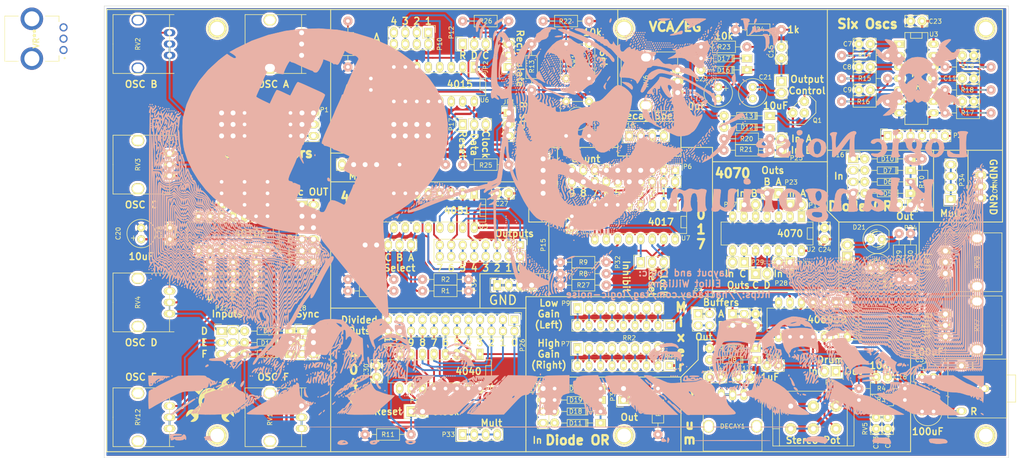
<source format=kicad_pcb>
(kicad_pcb (version 20240108) (generator "pcbnew") (generator_version "8.0")
  (layers (0 "F.Cu" signal) (31 "B.Cu" signal) (34 "B.Paste" user) (35 "F.Paste" user) (36 "B.SilkS" user "B.Silkscreen") (37 "F.SilkS" user "F.Silkscreen") (38 "B.Mask" user) (39 "F.Mask" user) (44 "Edge.Cuts" user))
  (net 0 "")
  (net 1 "Net-(C7-Pad2)")
  (net 2 "Net-(C8-Pad2)")
  (net 3 "Net-(C9-Pad2)")
  (net 4 "Net-(C10-Pad2)")
  (net 5 "Net-(C11-Pad2)")
  (net 6 "Net-(C12-Pad2)")
  (net 7 "Net-(C13-Pad2)")
  (net 8 "Net-(C14-Pad1)")
  (net 9 "Net-(C15-Pad2)")
  (net 10 "/bass_drum/DrumOut")
  (net 11 "Net-(C16-Pad2)")
  (net 12 "Net-(C19-Pad1)")
  (net 13 "/40106_oscillators/SyncA")
  (net 14 "/40106_oscillators/SyncB")
  (net 15 "/40106_oscillators/SyncC")
  (net 16 "/40106_oscillators/SyncD")
  (net 17 "/utility/Diode_OR_A_IN1")
  (net 18 "/utility/Diode_OR_A_OUT")
  (net 19 "/utility/Diode_OR_A_IN2")
  (net 20 "/utility/Diode_OR_A_IN3")
  (net 21 "/4015/DataB")
  (net 22 "/4015/4A")
  (net 23 "/4015/DataA")
  (net 24 "/4015/4B")
  (net 25 "/40106_oscillators/OutA")
  (net 26 "/40106_oscillators/OutB")
  (net 27 "/40106_oscillators/OutC")
  (net 28 "/40106_oscillators/OutD")
  (net 29 "/40106_oscillators/OutE")
  (net 30 "/40106_oscillators/OutF")
  (net 31 "/4017/Clock")
  (net 32 "/4017/ClockEnable")
  (net 33 "/4017/Reset")
  (net 34 "/4017/Q0")
  (net 35 "/4017/Q1")
  (net 36 "/4017/Q2")
  (net 37 "/4017/Q3")
  (net 38 "/4017/Q4")
  (net 39 "/4017/Q5")
  (net 40 "/4017/Q6")
  (net 41 "/4017/Q7")
  (net 42 "/4017/Q8")
  (net 43 "/4017/Q9")
  (net 44 "/bass_drum/OD_A_IN")
  (net 45 "/bass_drum/Buffer_A_In")
  (net 46 "/bass_drum/Buffer_B_In")
  (net 47 "Net-(P9-Pad1)")
  (net 48 "/bass_drum/Buffer_A_Out")
  (net 49 "/bass_drum/Buffer_B_Out")
  (net 50 "/4015/ClockA")
  (net 51 "/4015/ResetA")
  (net 52 "/4015/1A")
  (net 53 "/4015/2A")
  (net 54 "/4015/3A")
  (net 55 "/4051/A")
  (net 56 "/4051/B")
  (net 57 "/4051/C")
  (net 58 "/4051/Inhibit")
  (net 59 "/4051/X")
  (net 60 "/4051/X0")
  (net 61 "/4051/X1")
  (net 62 "/4051/X2")
  (net 63 "/4051/X3")
  (net 64 "/4051/X4")
  (net 65 "/4051/X5")
  (net 66 "/4051/X6")
  (net 67 "/4051/X7")
  (net 68 "/4015/ClockB")
  (net 69 "/4015/ResetB")
  (net 70 "/4015/1B")
  (net 71 "/4015/2B")
  (net 72 "/4015/3B")
  (net 73 "/bass_drum/OD_A_OUT")
  (net 74 "Net-(P18-Pad1)")
  (net 75 "/40106_oscillators/SyncE")
  (net 76 "/40106_oscillators/SyncF")
  (net 77 "/40106_oscillators/InE")
  (net 78 "/40106_oscillators/InA")
  (net 79 "/40106_oscillators/InB")
  (net 80 "/40106_oscillators/InF")
  (net 81 "/40106_oscillators/InC")
  (net 82 "/40106_oscillators/InD")
  (net 83 "Net-(C13-Pad1)")
  (net 84 "/bass_drum/Drum_Pulse")
  (net 85 "Net-(P7-Pad1)")
  (net 86 "Net-(P7-Pad2)")
  (net 87 "Net-(P7-Pad3)")
  (net 88 "Net-(P7-Pad4)")
  (net 89 "Net-(P7-Pad5)")
  (net 90 "Net-(P7-Pad6)")
  (net 91 "Net-(P7-Pad7)")
  (net 92 "Net-(P7-Pad8)")
  (net 93 "Net-(P9-Pad2)")
  (net 94 "Net-(P9-Pad3)")
  (net 95 "Net-(P9-Pad4)")
  (net 96 "Net-(P9-Pad5)")
  (net 97 "Net-(P9-Pad6)")
  (net 98 "Net-(P9-Pad7)")
  (net 99 "Net-(P9-Pad8)")
  (net 100 "/4040/Clock")
  (net 101 "/4040/Reset")
  (net 102 "/4040/Q0")
  (net 103 "/4040/Q1")
  (net 104 "/4040/Q2")
  (net 105 "/4040/Q3")
  (net 106 "/4040/Q4")
  (net 107 "/4040/Q5")
  (net 108 "/4040/Q6")
  (net 109 "/4040/Q7")
  (net 110 "/4040/Q8")
  (net 111 "/4040/Q9")
  (net 112 "/4040/Q10")
  (net 113 "/4040/Q11")
  (net 114 "Net-(R22-Pad2)")
  (net 115 "Net-(C31-Pad2)")
  (net 116 "Net-(C32-Pad2)")
  (net 117 "Net-(C21-Pad2)")
  (net 118 "Net-(C22-Pad1)")
  (net 119 "Net-(C33-Pad2)")
  (net 120 "/vca_eg/audio_out")
  (net 121 "/vca_eg/control_pulse_in")
  (net 122 "/utility/Diode_OR_A_IN4")
  (net 123 "Net-(D12-Pad1)")
  (net 124 "Net-(D12-Pad2)")
  (net 125 "Net-(D13-Pad2)")
  (net 126 "/xor/in_A2")
  (net 127 "/xor/in_A1")
  (net 128 "/six_oscs/out_A")
  (net 129 "/six_oscs/out_B")
  (net 130 "/six_oscs/out_C")
  (net 131 "/six_oscs/out_D")
  (net 132 "/six_oscs/out_E")
  (net 133 "/six_oscs/out_F")
  (net 134 "/xor/out_A")
  (net 135 "/xor/out_B")
  (net 136 "/vca_eg/audio_in_B")
  (net 137 "/vca_eg/audio_in_A")
  (net 138 "/xor/in_B2")
  (net 139 "/xor/in_B1")
  (net 140 "/xor/out_C")
  (net 141 "/xor/out_D")
  (net 142 "/xor/in_C2")
  (net 143 "/xor/in_C1")
  (net 144 "/xor/in_D2")
  (net 145 "/xor/in_D1")
  (net 146 "Net-(P33-Pad1)")
  (net 147 "Net-(P34-Pad1)")
  (net 148 "Net-(P35-Pad1)")
  (net 149 "GND")
  (net 150 "Net-(JP1-Pad2)")
  (net 151 "Net-(JP2-Pad2)")
  (net 152 "/utility/Diode_OR_B_IN1")
  (net 153 "/utility/Diode_OR_B_OUT")
  (net 154 "/utility/Diode_OR_B_IN2")
  (net 155 "/utility/Diode_OR_B_IN3")
  (net 156 "/utility/Diode_OR_B_IN4")
  (net 157 "/utility/LED1")
  (net 158 "Net-(D21-Pad2)")
  (net 159 "/utility/LED2")
  (net 160 "Net-(D22-Pad2)")
  (net 161 "VCC")
  (net 162 "/bass_drum/OD_B_OUT")
  (net 163 "/bass_drum/OD_B_IN")
  (footprint "elliot:cap_2+3" (layer "F.Cu") (at 63.5 109.22 -90)
    (property "Reference" "C1")
    (property "Value" "C")
  )
  (footprint "elliot:cap_2+3" (layer "F.Cu") (at 71.12 91.44 90)
    (property "Reference" "C2")
    (property "Value" "C")
  )
  (footprint "elliot:cap_2+3" (layer "F.Cu") (at 66.04 91.44 90)
    (property "Reference" "C3")
    (property "Value" "C")
  )
  (footprint "elliot:cap_2+3" (layer "F.Cu") (at 68.58 109.22 -90)
    (property "Reference" "C4")
    (property "Value" "C")
  )
  (footprint "elliot:cap_2+3" (layer "F.Cu") (at 60.96 91.44 90)
    (property "Reference" "C5")
    (property "Value" "C")
  )
  (footprint "elliot:cap_2+3" (layer "F.Cu") (at 58.42 109.22 -90)
    (property "Reference" "C6")
    (property "Value" "C")
  )
  (footprint "Discret:C1" (layer "F.Cu") (at 203.2 58.42)
    (property "Reference" "C7")
    (property "Value" "0.1uF")
  )
  (footprint "Discret:C1" (layer "F.Cu") (at 203.2 63.5)
    (property "Reference" "C8")
    (property "Value" "0.1uF")
  )
  (footprint "Discret:C1" (layer "F.Cu") (at 203.2 68.58)
    (property "Reference" "C9")
    (property "Value" "0.1uF")
  )
  (footprint "Discret:C1" (layer "F.Cu") (at 226.06 71.12 180)
    (property "Reference" "C10")
    (property "Value" "0.1uF")
  )
  (footprint "Discret:C1" (layer "F.Cu") (at 226.06 66.04 180)
    (property "Reference" "C11")
    (property "Value" "0.1uF")
  )
  (footprint "Discret:C1" (layer "F.Cu") (at 226.06 60.96 180)
    (property "Reference" "C12")
    (property "Value" "0.1uF")
  )
  (footprint "Discret:C1" (layer "F.Cu") (at 176.53 132.08 180)
    (property "Reference" "C13")
    (property "Value" "0.1uF")
  )
  (footprint "Discret:C1" (layer "F.Cu") (at 184.785 60.325 90)
    (property "Reference" "C15")
    (property "Value" "1uF")
  )
  (footprint "Discret:C1" (layer "F.Cu") (at 207.01 132.08)
    (property "Reference" "C16")
    (property "Value" "0.01uF")
  )
  (footprint "Diodes_ThroughHole:Diode_DO-35_SOD27_Horizontal_RM10" (layer "F.Cu") (at 71.12 73.66)
    (property "Reference" "D1")
    (property "Value" "D")
  )
  (footprint "Diodes_ThroughHole:Diode_DO-35_SOD27_Horizontal_RM10" (layer "F.Cu") (at 71.12 76.2)
    (property "Reference" "D2")
    (property "Value" "D")
  )
  (footprint "Diodes_ThroughHole:Diode_DO-35_SOD27_Horizontal_RM10" (layer "F.Cu") (at 71.12 78.74)
    (property "Reference" "D3")
    (property "Value" "D")
  )
  (footprint "Diodes_ThroughHole:Diode_DO-35_SOD27_Horizontal_RM10" (layer "F.Cu") (at 71.12 121.92)
    (property "Reference" "D4")
    (property "Value" "D")
  )
  (footprint "Diodes_ThroughHole:Diode_DO-35_SOD27_Horizontal_RM10" (layer "F.Cu") (at 173.99 128.27)
    (property "Reference" "D8")
    (property "Value" "D")
  )
  (footprint "Diodes_ThroughHole:Diode_DO-35_SOD27_Horizontal_RM10" (layer "F.Cu") (at 173.99 125.73)
    (property "Reference" "D9")
    (property "Value" "D")
  )
  (footprint "elliot:Potentiometer_9mm_vertical_pcb_mount" (layer "F.Cu") (at 173.99 140.97 180)
    (property "Reference" "DECAY1")
    (property "Value" "100k")
  )
  (footprint "Pin_Headers:Pin_Header_Straight_2x06" (layer "F.Cu") (at 78.74 93.98)
    (property "Reference" "P4")
    (property "Value" "CONN_02X06")
  )
  (footprint "Pin_Headers:Pin_Header_Straight_2x10" (layer "F.Cu") (at 161.29 86.36 -90)
    (property "Reference" "P6")
    (property "Value" "4017 Outs")
  )
  (footprint "Pin_Headers:Pin_Header_Straight_2x04" (layer "F.Cu") (at 106.68 55.88 -90)
    (property "Reference" "P12")
    (property "Value" "CONN_02X04")
  )
  (footprint "Pin_Headers:Pin_Header_Straight_2x08" (layer "F.Cu") (at 127 102.87 -90)
    (property "Reference" "P15")
    (property "Value" "CONN_02X08")
  )
  (footprint "Pin_Headers:Pin_Header_Straight_2x04" (layer "F.Cu") (at 106.68 76.2 -90)
    (property "Reference" "P17")
    (property "Value" "CONN_02X04")
  )
  (footprint "Resistors_ThroughHole:Resistor_Horizontal_RM10mm" (layer "F.Cu") (at 207.01 137.16)
    (property "Reference" "R3")
    (property "Value" "100k")
  )
  (footprint "Resistors_ThroughHole:Resistor_Horizontal_RM10mm" (layer "F.Cu") (at 207.01 134.62 180)
    (property "Reference" "R4")
    (property "Value" "100k")
  )
  (footprint "Resistors_ThroughHole:Resistor_Horizontal_RM10mm" (layer "F.Cu") (at 93.98 113.03 180)
    (property "Reference" "R5")
    (property "Value" "100k")
  )
  (footprint "Resistors_ThroughHole:Resistor_Horizontal_RM10mm" (layer "F.Cu") (at 88.9 58.42 -90)
    (property "Reference" "R6")
    (property "Value" "100k")
  )
  (footprint "Resistors_ThroughHole:Resistor_Horizontal_RM10mm" (layer "F.Cu") (at 105.41 85.09 180)
    (property "Reference" "R7")
    (property "Value" "100k")
  )
  (footprint "Resistors_ThroughHole:Resistor_Horizontal_RM10mm" (layer "F.Cu") (at 140.97 109.22 180)
    (property "Reference" "R8")
    (property "Value" "100k")
  )
  (footprint "Resistors_ThroughHole:Resistor_Horizontal_RM10mm" (layer "F.Cu") (at 140.97 106.68 180)
    (property "Reference" "R9")
    (property "Value" "100k")
  )
  (footprint "elliot:Potentiometer_9mm_vertical_pcb_mount" (layer "F.Cu") (at 73.66 58.42 90)
    (property "Reference" "RV1")
    (property "Value" "POT")
  )
  (footprint "elliot:Potentiometer_9mm_vertical_pcb_mount" (layer "F.Cu") (at 44.45 58.42 90)
    (property "Reference" "RV2")
    (property "Value" "POT")
  )
  (footprint "elliot:Potentiometer_9mm_vertical_pcb_mount" (layer "F.Cu") (at 44.45 85.09 90)
    (property "Reference" "RV3")
    (property "Value" "POT")
  )
  (footprint "elliot:Potentiometer_9mm_vertical_pcb_mount" (layer "F.Cu") (at 44.45 115.57 90)
    (property "Reference" "RV4")
    (property "Value" "POT")
  )
  (footprint "elliot:Potentiometer_9mm_vertical_pcb_mount" (layer "F.Cu") (at 156.845 66.675 90)
    (property "Reference" "RV6")
    (property "Value" "POT")
  )
  (footprint "Housings_DIP:DIP-14__300_ELL" (layer "F.Cu") (at 63.5 100.33 180)
    (property "Reference" "U1")
    (property "Value" "40106")
  )
  (footprint "Housings_DIP:DIP-14__300_ELL" (layer "F.Cu") (at 181.61 100.33 180)
    (property "Reference" "U2")
    (property "Value" "4070")
  )
  (footprint "Housings_DIP:DIP-14__300_ELL" (layer "F.Cu") (at 214.63 66.04 -90)
    (property "Reference" "U3")
    (property "Value" "40106")
  )
  (footprint "Housings_DIP:DIP-14__300_ELL" (layer "F.Cu") (at 191.77 119.38 180)
    (property "Reference" "U4")
    (property "Value" "4069")
  )
  (footprint "Housings_DIP:DIP-16__300_ELL" (layer "F.Cu") (at 107.95 95.25 180)
    (property "Reference" "U5")
    (property "Value" "4051")
  )
  (footprint "Housings_DIP:DIP-16__300_ELL" (layer "F.Cu") (at 107.95 67.31 180)
    (property "Reference" "U6")
    (property "Value" "4015")
  )
  (footprint "Housings_DIP:DIP-16__300_ELL" (layer "F.Cu") (at 152.4 97.79 180)
    (property "Reference" "U7")
    (property "Value" "4017")
  )
  (footprint "Diodes_ThroughHole:Diode_DO-35_SOD27_Horizontal_RM10" (layer "F.Cu") (at 71.12 124.46)
    (property "Reference" "D14")
    (property "Value" "D")
  )
  (footprint "Diodes_ThroughHole:Diode_DO-35_SOD27_Horizontal_RM10" (layer "F.Cu") (at 71.12 127)
    (property "Reference" "D15")
    (property "Value" "D")
  )
  (footprint "elliot:Potentiometer_9mm_vertical_pcb_mount" (layer "F.Cu") (at 44.45 140.97 90)
    (property "Reference" "RV12")
    (property "Value" "POT")
  )
  (footprint "elliot:Potentiometer_9mm_vertical_pcb_mount" (layer "F.Cu") (at 73.66 140.97 90)
    (property "Reference" "RV13")
    (property "Value" "POT")
  )
  (footprint "Pin_Headers:Pin_Header_Straight_2x03" (layer "F.Cu") (at 78.74 73.66)
    (property "Reference" "P1")
    (property "Value" "CONN_02X03")
  )
  (footprint "Pin_Headers:Pin_Header_Straight_2x03" (layer "F.Cu") (at 78.74 121.92)
    (property "Reference" "P8")
    (property "Value" "CONN_02X03")
  )
  (footprint "Pin_Headers:Pin_Header_Straight_2x03" (layer "F.Cu") (at 60.96 73.66)
    (property "Reference" "P21")
    (property "Value" "CONN_02X03")
  )
  (footprint "Pin_Headers:Pin_Header_Straight_2x03" (layer "F.Cu") (at 60.96 121.92)
    (property "Reference" "P22")
    (property "Value" "CONN_02X03")
  )
  (footprint "Diodes_ThroughHole:Diode_DO-35_SOD27_Horizontal_RM10" (layer "F.Cu") (at 172.085 64.135)
    (property "Reference" "D16")
    (property "Value" "D")
  )
  (footprint "Diodes_ThroughHole:Diode_DO-35_SOD27_Horizontal_RM10" (layer "F.Cu") (at 172.085 61.595)
    (property "Reference" "D17")
    (property "Value" "D")
  )
  (footprint "Resistors_ThroughHole:Resistor_Horizontal_RM10mm" (layer "F.Cu") (at 203.2 60.96 180)
    (property "Reference" "R14")
    (property "Value" "10k")
  )
  (footprint "Resistors_ThroughHole:Resistor_Horizontal_RM10mm" (layer "F.Cu") (at 203.2 66.04 180)
    (property "Reference" "R15")
    (property "Value" "33k")
  )
  (footprint "Resistors_ThroughHole:Resistor_Horizontal_RM10mm" (layer "F.Cu") (at 203.2 71.12 180)
    (property "Reference" "R16")
    (property "Value" "22k")
  )
  (footprint "Resistors_ThroughHole:Resistor_Horizontal_RM10mm" (layer "F.Cu") (at 226.06 73.66)
    (property "Reference" "R17")
    (property "Value" "47k")
  )
  (footprint "Resistors_ThroughHole:Resistor_Horizontal_RM10mm" (layer "F.Cu") (at 226.06 68.58)
    (property "Reference" "R18")
    (property "Value" "56k")
  )
  (footprint "Resistors_ThroughHole:Resistor_Horizontal_RM10mm" (layer "F.Cu") (at 226.06 63.5)
    (property "Reference" "R19")
    (property "Value" "39k")
  )
  (footprint "Resistors_ThroughHole:Resistor_Horizontal_RM10mm" (layer "F.Cu") (at 177.165 79.375 180)
    (property "Reference" "R20")
    (property "Value" "100k")
  )
  (footprint "Resistors_ThroughHole:Resistor_Horizontal_RM10mm" (layer "F.Cu") (at 177.165 81.915)
    (property "Reference" "R21")
    (property "Value" "100k")
  )
  (footprint "Potentiometers:Potentiometer_Alps-RK16-double" (layer "F.Cu") (at 196.85 143.51 -90)
    (property "Reference" "RV5")
    (property "Value" "DUAL_POT")
  )
  (footprint "Discret:C1" (layer "F.Cu") (at 214.63 53.34 180)
    (property "Reference" "C23")
    (property "Value" "0.1uF")
  )
  (footprint "Discret:C1" (layer "F.Cu") (at 194.31 100.33 90)
    (property "Reference" "C24")
    (property "Value" "0.1uF")
  )
  (footprint "Discret:C1" (layer "F.Cu") (at 179.07 119.38 90)
    (property "Reference" "C25")
    (property "Value" "0.1uF")
  )
  (footprint "Discret:C1" (layer "F.Cu") (at 138.43 97.79 90)
    (property "Reference" "C26")
    (property "Value" "0.1uF")
  )
  (footprint "Discret:C1" (layer "F.Cu") (at 123.19 91.44 180)
    (property "Reference" "C27")
    (property "Value" "0.1uF")
  )
  (footprint "Discret:C1" (layer "F.Cu") (at 49.53 100.33 90)
    (property "Reference" "C28")
    (property "Value" "0.1uF")
  )
  (footprint "Discret:C1" (layer "F.Cu") (at 93.98 67.31 90)
    (property "Reference" "C29")
    (property "Value" "0.1uF")
  )
  (footprint "elliot:connector_ss_3pin" (layer "F.Cu") (at 228.854 89.916 90)
    (property "Reference" "CONN1")
    (property "Value" "ss_3_header")
  )
  (footprint "Discret:r_pack8" (layer "F.Cu") (at 149.86 129.54 180)
    (property "Reference" "RR1")
    (property "Value" "RR8 - 100k")
  )
  (footprint "Discret:r_pack8" (layer "F.Cu") (at 149.86 120.65 180)
    (property "Reference" "RR2")
    (property "Value" "RR8 - 1M")
  )
  (footprint "Pin_Headers:Pin_Header_Straight_1x08" (layer "F.Cu") (at 139.7 125.73 90)
    (property "Reference" "P7")
    (property "Value" "CONN_01X08")
  )
  (footprint "Pin_Headers:Pin_Header_Straight_1x08" (layer "F.Cu") (at 139.7 116.84 90)
    (property "Reference" "P9")
    (property "Value" "CONN_01X08")
  )
  (footprint "Pin_Headers:Pin_Header_Straight_2x12" (layer "F.Cu") (at 125.73 119.38 -90)
    (property "Reference" "P26")
    (property "Value" "CONN_02X12")
  )
  (footprint "Resistors_ThroughHole:Resistor_Horizontal_RM10mm" (layer "F.Cu") (at 97.79 144.78 180)
    (property "Reference" "R11")
    (property "Value" "100k")
  )
  (footprint "Housings_DIP:DIP-16__300_ELL" (layer "F.Cu") (at 109.22 130.81 180)
    (property "Reference" "U8")
    (property "Value" "4040")
  )
  (footprint "Discret:C1" (layer "F.Cu") (at 95.25 130.81 90)
    (property "Reference" "C30")
    (property "Value" "0.1uF")
  )
  (footprint "Resistors_ThroughHole:Resistor_Horizontal_RM10mm" (layer "F.Cu") (at 129.54 63.5 90)
    (property "Reference" "R13")
    (property "Value" "100k")
  )
  (footprint "Buttons_Switches_ThroughHole:SW_PUSH_SMALL" (layer "F.Cu") (at 139.7 62.23 90)
    (property "Reference" "SW1")
    (property "Value" "Set")
  )
  (footprint "Buttons_Switches_ThroughHole:SW_PUSH_SMALL" (layer "F.Cu") (at 139.7 74.93 90)
    (property "Reference" "SW2")
    (property "Value" "Clear")
  )
  (footprint "Resistors_ThroughHole:Resistor_Horizontal_RM10mm" (layer "F.Cu") (at 137.16 53.34 180)
    (property "Reference" "R22")
    (property "Value" "10k")
  )
  (footprint "elliot:stereo_jack" (layer "F.Cu") (at 228.6 134.62 -90)
    (property "Reference" "J1")
    (property "Value" "JACK_TRS_6PINS")
  )
  (footprint "Discret:TO92" (layer "F.Cu") (at 188.595 72.39 180)
    (property "Reference" "Q1")
    (property "Value" "LM3904")
  )
  (footprint "Discret:C1" (layer "F.Cu") (at 170.18 132.08)
    (property "Reference" "C14")
    (property "Value" "0.1uF")
  )
  (footprint "Discret:C1" (layer "F.Cu") (at 182.88 129.54)
    (property "Reference" "C19")
    (property "Value" "1uF")
  )
  (footprint "Discret:C1" (layer "F.Cu") (at 205.74 142.24 90)
    (property "Reference" "C33")
    (property "Value" "0.1uF")
  )
  (footprint "Discret:C1" (layer "F.Cu") (at 208.28 142.24 90)
    (property "Reference" "C34")
    (property "Value" "0.1uF")
  )
  (footprint "Diodes_ThroughHole:Diode_DO-35_SOD27_Horizontal_RM10" (layer "F.Cu") (at 177.165 76.835)
    (property "Reference" "D12")
    (property "Value" "D")
  )
  (footprint "Diodes_ThroughHole:Diode_DO-35_SOD27_Horizontal_RM10" (layer "F.Cu") (at 177.165 74.295)
    (property "Reference" "D13")
    (property "Value" "D")
  )
  (footprint "Pin_Headers:Pin_Header_Straight_1x02" (layer "F.Cu") (at 196.85 130.81 -90)
    (property "Reference" "P2")
    (property "Value" "CONN_01X02")
  )
  (footprint "Pin_Headers:Pin_Header_Straight_1x05" (layer "F.Cu") (at 92.71 102.87 90)
    (property "Reference" "P11")
    (property "Value" "CONN_01X05")
  )
  (footprint "Pin_Headers:Pin_Header_Straight_1x02" (layer "F.Cu") (at 102.87 139.7 90)
    (property "Reference" "P14")
    (property "Value" "CONN_01X02")
  )
  (footprint "Pin_Headers:Pin_Header_Straight_1x04" (layer "F.Cu") (at 200.66 83.82)
    (property "Reference" "P16")
    (property "Value" "CONN_01X04")
  )
  (footprint "Pin_Headers:Pin_Header_Straight_1x04" (layer "F.Cu") (at 151.13 78.74 90)
    (property "Reference" "P18")
    (property "Value" "CONN_01X04")
  )
  (footprint "Pin_Headers:Pin_Header_Straight_1x02" (layer "F.Cu") (at 186.69 93.98 90)
    (property "Reference" "P19")
    (property "Value" "CONN_01X02")
  )
  (footprint "Pin_Headers:Pin_Header_Straight_1x06" (layer "F.Cu") (at 208.28 78.74 90)
    (property "Reference" "P20")
    (property "Value" "CONN_01X06")
  )
  (footprint "Pin_Headers:Pin_Header_Straight_1x02" (layer "F.Cu") (at 184.15 91.44 -90)
    (property "Reference" "P23")
    (property "Value" "CONN_01X02")
  )
  (footprint "Pin_Headers:Pin_Header_Straight_2x01" (layer "F.Cu") (at 213.36 93.98 180)
    (property "Reference" "P24")
    (property "Value" "CONN_02X01")
  )
  (footprint "Pin_Headers:Pin_Header_Straight_1x02" (layer "F.Cu") (at 184.785 81.915 180)
    (property "Reference" "P25")
    (property "Value" "CONN_01X02")
  )
  (footprint "Pin_Headers:Pin_Header_Straight_1x02" (layer "F.Cu") (at 176.53 93.98 90)
    (property "Reference" "P27")
    (property "Value" "CONN_01X02")
  )
  (footprint "Pin_Headers:Pin_Header_Straight_1x02" (layer "F.Cu") (at 179.07 109.22 90)
    (property "Reference" "P28")
    (property "Value" "CONN_01X02")
  )
  (footprint "Pin_Headers:Pin_Header_Straight_1x02" (layer "F.Cu") (at 176.53 106.68 -90)
    (property "Reference" "P29")
    (property "Value" "CONN_01X02")
  )
  (footprint "Pin_Headers:Pin_Header_Straight_1x02" (layer "F.Cu") (at 184.785 66.675)
    (property "Reference" "P30")
    (property "Value" "CONN_01X02")
  )
  (footprint "Pin_Headers:Pin_Header_Straight_1x02" (layer "F.Cu") (at 186.69 106.68 -90)
    (property "Reference" "P31")
    (property "Value" "CONN_01X02")
  )
  (footprint "Pin_Headers:Pin_Header_Straight_1x03" (layer "F.Cu") (at 153.67 106.68 90)
    (property "Reference" "P32")
    (property "Value" "CONN_01X03")
  )
  (footprint "Pin_Headers:Pin_Header_Straight_1x04" (layer "F.Cu") (at 114.3 144.78 90)
    (property "Reference" "P33")
    (property "Value" "CONN_01X04")
  )
  (footprint "Pin_Headers:Pin_Header_Straight_1x04" (layer "F.Cu") (at 222.25 92.71 180)
    (property "Reference" "P34")
    (property "Value" "CONN_01X04")
  )
  (footprint "Pin_Headers:Pin_Header_Straight_1x04" (layer "F.Cu") (at 95.25 85.09 -90)
    (property "Reference" "P35")
    (property "Value" "CONN_01X04")
  )
  (footprint "Resistors_ThroughHole:Resistor_Horizontal_RM10mm" (layer "F.Cu") (at 172.085 59.055)
    (property "Reference" "R23")
    (property "Value" "10K")
  )
  (footprint "Resistors_ThroughHole:Resistor_Horizontal_RM10mm" (layer "F.Cu") (at 179.705 55.245 180)
    (property "Reference" "R24")
    (property "Value" "1k")
  )
  (footprint "elliot:Potentiometer_9mm_vertical_pcb_mount" (layer "F.Cu") (at 226.06 120.65 -90)
    (property "Reference" "RV7")
    (property "Value" "100k")
  )
  (footprint "elliot:Potentiometer_9mm_vertical_pcb_mount" (layer "F.Cu") (at 226.06 106.68 -90)
    (property "Reference" "RV8")
    (property "Value" "100k")
  )
  (footprint "Diodes_ThroughHole:Diode_DO-35_SOD27_Horizontal_RM10" (layer "F.Cu") (at 208.28 91.44)
    (property "Reference" "D5")
    (property "Value" "D")
  )
  (footprint "Diodes_ThroughHole:Diode_DO-35_SOD27_Horizontal_RM10" (layer "F.Cu") (at 208.28 88.9)
    (property "Reference" "D6")
    (property "Value" "D")
  )
  (footprint "Diodes_ThroughHole:Diode_DO-35_SOD27_Horizontal_RM10" (layer "F.Cu") (at 208.28 86.36)
    (property "Reference" "D7")
    (property "Value" "D")
  )
  (footprint "Diodes_ThroughHole:Diode_DO-35_SOD27_Horizontal_RM10" (layer "F.Cu") (at 208.28 83.82)
    (property "Reference" "D10")
    (property "Value" "D")
  )
  (footprint "Pin_Headers:Pin_Header_Straight_1x03" (layer "F.Cu") (at 114.3 58.42 90)
    (property "Reference" "P10")
    (property "Value" "CONN_01X03")
  )
  (footprint "Pin_Headers:Pin_Header_Straight_1x03" (layer "F.Cu") (at 114.3 76.2 90)
    (property "Reference" "P13")
    (property "Value" "CONN_01X03")
  )
  (footprint "Resistors_ThroughHole:Resistor_Horizontal_RM10mm" (layer "F.Cu") (at 215.9 88.9 -90)
    (property "Reference" "R10")
    (property "Value" "100K")
  )
  (footprint "Resistors_ThroughHole:Resistor_Horizontal_RM10mm" (layer "F.Cu") (at 110.49 113.03)
    (property "Reference" "R1")
    (property "Value" "100k")
  )
  (footprint "Resistors_ThroughHole:Resistor_Horizontal_RM10mm" (layer "F.Cu") (at 110.49 110.49)
    (property "Reference" "R2")
    (property "Value" "100k")
  )
  (footprint "Resistors_ThroughHole:Resistor_Horizontal_RM10mm" (layer "F.Cu") (at 93.98 110.49 180)
    (property "Reference" "R12")
    (property "Value" "100k")
  )
  (footprint "Resistors_ThroughHole:Resistor_Horizontal_RM10mm" (layer "F.Cu") (at 119.38 85.09 180)
    (property "Reference" "R25")
    (property "Value" "100k")
  )
  (footprint "Resistors_ThroughHole:Resistor_Horizontal_RM10mm" (layer "F.Cu") (at 119.38 53.34)
    (property "Reference" "R26")
    (property "Value" "100k")
  )
  (footprint "Resistors_ThroughHole:Resistor_Horizontal_RM10mm" (layer "F.Cu") (at 140.97 111.76 180)
    (property "Reference" "R27")
    (property "Value" "100k")
  )
  (footprint "Socket_Strips:Socket_Strip_Straight_1x03" (layer "F.Cu") (at 124.46 73.66 -90)
    (property "Reference" "JP1")
    (property "Value" "JUMPER3")
  )
  (footprint "Socket_Strips:Socket_Strip_Straight_1x03" (layer "F.Cu") (at 124.46 63.5 90)
    (property "Reference" "JP2")
    (property "Value" "JUMPER3")
  )
  (footprint "Diodes_ThroughHole:Diode_DO-35_SOD27_Horizontal_RM10" (layer "F.Cu") (at 139.7 142.24)
    (property "Reference" "D11")
    (property "Value" "D")
  )
  (footprint "Diodes_ThroughHole:Diode_DO-35_SOD27_Horizontal_RM10" (layer "F.Cu") (at 139.7 139.7)
    (property "Reference" "D18")
    (property "Value" "D")
  )
  (footprint "Diodes_ThroughHole:Diode_DO-35_SOD27_Horizontal_RM10" (layer "F.Cu") (at 139.7 137.16)
    (property "Reference" "D19")
    (property "Value" "D")
  )
  (footprint "Diodes_ThroughHole:Diode_DO-35_SOD27_Horizontal_RM10" (layer "F.Cu") (at 139.7 134.62)
    (property "Reference" "D20")
    (property "Value" "D")
  )
  (footprint "Pin_Headers:Pin_Header_Straight_1x04" (layer "F.Cu") (at 132.08 134.62)
    (property "Reference" "P36")
    (property "Value" "CONN_01X04")
  )
  (footprint "Pin_Headers:Pin_Header_Straight_2x01" (layer "F.Cu") (at 149.86 137.16 90)
    (property "Reference" "P37")
    (property "Value" "CONN_02X01")
  )
  (footprint "Resistors_ThroughHole:Resistor_Horizontal_RM10mm" (layer "F.Cu") (at 157.48 139.7 -90)
    (property "Reference" "R28")
    (property "Value" "100K")
  )
  (footprint "Pin_Headers:Pin_Header_Straight_1x04" (layer "F.Cu") (at 132.08 83.82)
    (property "Reference" "P38")
    (property "Value" "CONN_01X04")
  )
  (footprint "Pin_Headers:Pin_Header_Straight_1x04" (layer "F.Cu") (at 121.92 111.76 90)
    (property "Reference" "P39")
    (property "Value" "CONN_01X04")
  )
  (footprint "LEDs:LED-5MM" (layer "F.Cu") (at 205.74 101.6)
    (property "Reference" "D21")
    (property "Value" "LED")
  )
  (footprint "LEDs:LED-5MM" (layer "F.Cu") (at 205.74 107.95)
    (property "Reference" "D22")
    (property "Value" "LED")
  )
  (footprint "Resistors_ThroughHole:Resistor_Horizontal_RM10mm" (layer "F.Cu") (at 210.82 105.41 -90)
    (property "Reference" "R29")
    (property "Value" "1k")
  )
  (footprint "Resistors_ThroughHole:Resistor_Horizontal_RM10mm" (layer "F.Cu") (at 213.36 105.41 90)
    (property "Reference" "R30")
    (property "Value" "1k")
  )
  (footprint "Pin_Headers:Pin_Header_Straight_1x02" (layer "F.Cu") (at 199.39 105.41 180)
    (property "Reference" "P40")
    (property "Value" "CONN_01X02")
  )
  (footprint "Pin_Headers:Pin_Header_Straight_2x02" (layer "F.Cu") (at 166.37 118.11)
    (property "Reference" "P3")
    (property "Value" "CONN_02X02")
  )
  (footprint "Pin_Headers:Pin_Header_Straight_2x02" (layer "F.Cu") (at 173.99 118.11)
    (property "Reference" "P5")
    (property "Value" "CONN_02X02")
  )
  (footprint "Connect:1pin" (layer "F.Cu") (at 230 55)
    (property "Reference" "REF**" (hide yes))
    (property "Value" "1pin")
  )
  (footprint "Connect:1pin" (layer "F.Cu") (at 230 145)
    (property "Reference" "REF**" (hide yes))
    (property "Value" "1pin")
  )
  (footprint "Connect:1pin" (layer "F.Cu") (at 60 145)
    (property "Reference" "REF**" (hide yes))
    (property "Value" "1pin")
  )
  (footprint "Connect:1pin" (layer "F.Cu") (at 60 55)
    (property "Reference" "REF**" (hide yes))
    (property "Value" "1pin")
  )
  (footprint "Connect:1pin" (layer "F.Cu") (at 150 145)
    (property "Reference" "REF**" (hide yes))
    (property "Value" "1pin")
  )
  (footprint "Connect:1pin" (layer "F.Cu") (at 150 55)
    (property "Reference" "REF**" (hide yes))
    (property "Value" "1pin")
  )
  (footprint "ld2:hackaday_skull_1cm" (layer "F.Cu") (at 58.42 137.16)
    (property "Reference" "G***" (hide yes))
    (property "Value" "LOGO" (hide yes))
  )
  (footprint "ld2:klangorium_silkscreen_back_mirrored" (layer "F.Cu") (at 137.16 100.33)
    (property "Reference" "G***" (hide yes))
    (property "Value" "LOGO" (hide yes))
  )
  (footprint "elliot:Elko_vert_11.2x6.3mm_RM2.5" (layer "F.Cu") (at 43.18 101.6 90)
    (property "Reference" "C20")
    (property "Value" "10uF")
  )
  (footprint "elliot:Elko_vert_11.2x6.3mm_RM2.5" (layer "F.Cu") (at 178.435 67.945 -90)
    (property "Reference" "C21")
    (property "Value" "10uF")
  )
  (footprint "elliot:Elko_vert_11.2x6.3mm_RM2.5" (layer "F.Cu") (at 170.815 67.945 -90)
    (property "Reference" "C22")
    (property "Value" "10uF")
  )
  (footprint "elliot:Elko_vert_11.2x6.3mm_RM2.5" (layer "F.Cu") (at 215.9 132.08)
    (property "Reference" "C31")
    (property "Value" "100uF")
  )
  (footprint "elliot:Elko_vert_11.2x6.3mm_RM2.5" (layer "F.Cu") (at 215.9 139.7)
    (property "Reference" "C32")
    (property "Value" "100uF")
  )
  (footprint "logic_noise:PTV09A4025FB104" (layer "F.Cu") (at 26 59.74 90)
    (property "Reference" "VR**")
    (property "Value" "PTV09A4025FB104" (hide yes))
  )
  (gr_line (start 128.27 146.05) (end 128.27 116.84) (stroke (width 0.2)) (layer "F.SilkS"))
  (gr_line (start 194.945 95.25) (end 197.485 97.79) (stroke (width 0.2)) (layer "F.SilkS"))
  (gr_line (start 218.44 97.79) (end 226.06 97.79) (stroke (width 0.2)) (layer "F.SilkS"))
  (gr_line (start 97.79 82.55) (end 97.79 88.9) (stroke (width 0.2)) (layer "F.SilkS"))
  (gr_line (start 148.59 75.565) (end 162.56 75.565) (stroke (width 0.2)) (layer "F.SilkS"))
  (gr_line (start 194.945 87.63) (end 194.945 50.8) (stroke (width 0.2)) (layer "F.SilkS"))
  (gr_line (start 226.06 97.79) (end 226.06 81.915) (stroke (width 0.2)) (layer "F.SilkS"))
  (gr_line (start 128.27 116.84) (end 85.09 116.84) (stroke (width 0.2)) (layer "F.SilkS"))
  (gr_line (start 128.27 114.3) (end 133.35 114.3) (stroke (width 0.2)) (layer "F.SilkS"))
  (gr_line (start 213.36 123.825) (end 213.36 148.59) (stroke (width 0.2)) (layer "F.SilkS"))
  (gr_line (start 197.485 97.79) (end 197.485 113.03) (stroke (width 0.2)) (layer "F.SilkS"))
  (gr_line (start 162.56 132.08) (end 162.56 148.59) (stroke (width 0.2)) (layer "F.SilkS"))
  (gr_line (start 197.485 97.79) (end 218.44 97.79) (stroke (width 0.2)) (layer "F.SilkS"))
  (gr_line (start 148.59 81.28) (end 148.59 59.055) (stroke (width 0.2)) (layer "F.SilkS"))
  (gr_line (start 162.56 75.565) (end 162.56 81.28) (stroke (width 0.2)) (layer "F.SilkS"))
  (gr_line (start 85.09 148.59) (end 35.56 148.59) (stroke (width 0.2)) (layer "F.SilkS"))
  (gr_line (start 213.36 148.59) (end 162.56 148.59) (stroke (width 0.2)) (layer "F.SilkS"))
  (gr_line (start 85.09 50.8) (end 85.09 148.59) (stroke (width 0.2)) (layer "F.SilkS"))
  (gr_line (start 128.27 132.08) (end 162.56 132.08) (stroke (width 0.2)) (layer "F.SilkS"))
  (gr_line (start 133.35 109.22) (end 118.11 109.22) (stroke (width 0.2)) (layer "F.SilkS"))
  (gr_line (start 128.905 88.9) (end 128.905 97.79) (stroke (width 0.2)) (layer "F.SilkS"))
  (gr_line (start 162.56 81.28) (end 166.37 81.28) (stroke (width 0.2)) (layer "F.SilkS"))
  (gr_line (start 169.545 114.3) (end 166.37 114.3) (stroke (width 0.2)) (layer "F.SilkS"))
  (gr_line (start 85.09 88.9) (end 128.905 88.9) (stroke (width 0.2)) (layer "F.SilkS"))
  (gr_line (start 180.975 113.03) (end 169.545 113.03) (stroke (width 0.2)) (layer "F.SilkS"))
  (gr_line (start 180.975 113.03) (end 197.485 113.03) (stroke (width 0.2)) (layer "F.SilkS"))
  (gr_line (start 35.56 50.8) (end 85.09 50.8) (stroke (width 0.2)) (layer "F.SilkS"))
  (gr_line (start 118.11 109.22) (end 118.11 116.84) (stroke (width 0.2)) (layer "F.SilkS"))
  (gr_line (start 85.09 82.55) (end 97.79 82.55) (stroke (width 0.2)) (layer "F.SilkS"))
  (gr_line (start 166.37 123.825) (end 213.36 123.825) (stroke (width 0.2)) (layer "F.SilkS"))
  (gr_line (start 233.68 97.79) (end 233.68 81.915) (stroke (width 0.2)) (layer "F.SilkS"))
  (gr_line (start 197.485 113.03) (end 215.265 113.03) (stroke (width 0.2)) (layer "F.SilkS"))
  (gr_line (start 233.68 81.915) (end 233.68 50.8) (stroke (width 0.2)) (layer "F.SilkS"))
  (gr_line (start 194.945 81.915) (end 233.68 81.915) (stroke (width 0.2)) (layer "F.SilkS"))
  (gr_line (start 218.44 81.915) (end 217.805 81.915) (stroke (width 0.2)) (layer "F.SilkS"))
  (gr_line (start 169.545 81.28) (end 169.545 114.3) (stroke (width 0.2)) (layer "F.SilkS"))
  (gr_line (start 148.59 50.8) (end 85.09 50.8) (stroke (width 0.2)) (layer "F.SilkS"))
  (gr_line (start 148.59 59.055) (end 148.59 50.8) (stroke (width 0.2)) (layer "F.SilkS"))
  (gr_line (start 194.945 87.63) (end 194.945 95.25) (stroke (width 0.2)) (layer "F.SilkS"))
  (gr_line (start 128.27 148.59) (end 128.27 146.05) (stroke (width 0.2)) (layer "F.SilkS"))
  (gr_line (start 226.06 97.79) (end 233.68 97.79) (stroke (width 0.2)) (layer "F.SilkS"))
  (gr_line (start 128.905 97.79) (end 133.35 97.79) (stroke (width 0.2)) (layer "F.SilkS"))
  (gr_line (start 218.44 97.79) (end 218.44 81.915) (stroke (width 0.2)) (layer "F.SilkS"))
  (gr_line (start 35.56 148.59) (end 35.56 50.8) (stroke (width 0.2)) (layer "F.SilkS"))
  (gr_line (start 133.35 97.79) (end 133.35 109.22) (stroke (width 0.2)) (layer "F.SilkS"))
  (gr_line (start 148.59 83.185) (end 148.59 81.28) (stroke (width 0.2)) (layer "F.SilkS"))
  (gr_line (start 166.37 128.27) (end 166.37 123.825) (stroke (width 0.2)) (layer "F.SilkS"))
  (gr_line (start 215.265 113.03) (end 215.265 97.79) (stroke (width 0.2)) (layer "F.SilkS"))
  (gr_line (start 162.56 148.59) (end 128.27 148.59) (stroke (width 0.2)) (layer "F.SilkS"))
  (gr_line (start 85.09 148.59) (end 128.27 148.59) (stroke (width 0.2)) (layer "F.SilkS"))
  (gr_line (start 128.905 88.9) (end 128.905 81.28) (stroke (width 0.2)) (layer "F.SilkS"))
  (gr_line (start 162.56 83.185) (end 148.59 83.185) (stroke (width 0.2)) (layer "F.SilkS"))
  (gr_line (start 166.37 81.28) (end 169.545 81.28) (stroke (width 0.2)) (layer "F.SilkS"))
  (gr_line (start 135.255 81.28) (end 148.59 81.28) (stroke (width 0.2)) (layer "F.SilkS"))
  (gr_line (start 162.56 132.08) (end 166.37 128.27) (stroke (width 0.2)) (layer "F.SilkS"))
  (gr_line (start 128.27 116.84) (end 128.27 114.3) (stroke (width 0.2)) (layer "F.SilkS"))
  (gr_line (start 162.56 81.28) (end 162.56 83.185) (stroke (width 0.2)) (layer "F.SilkS"))
  (gr_line (start 169.545 84.455) (end 194.945 84.455) (stroke (width 0.2)) (layer "F.SilkS"))
  (gr_line (start 135.255 81.28) (end 135.255 97.79) (stroke (width 0.2)) (layer "F.SilkS"))
  (gr_line (start 128.905 81.28) (end 135.255 81.28) (stroke (width 0.2)) (layer "F.SilkS"))
  (gr_line (start 194.945 50.8) (end 148.59 50.8) (stroke (width 0.2)) (layer "F.SilkS"))
  (gr_line (start 133.35 109.22) (end 133.35 114.3) (stroke (width 0.2)) (layer "F.SilkS"))
  (gr_line (start 166.37 114.3) (end 133.35 114.3) (stroke (width 0.2)) (layer "F.SilkS"))
  (gr_line (start 233.68 50.8) (end 194.945 50.8) (stroke (width 0.2)) (layer "F.SilkS"))
  (gr_line (start 135.255 97.79) (end 133.35 97.79) (stroke (width 0.2)) (layer "F.SilkS"))
  (gr_line (start 35 50) (end 35 150) (stroke (width 0.1)) (layer "Edge.Cuts"))
  (gr_line (start 235 50) (end 35 50) (stroke (width 0.1)) (layer "Edge.Cuts"))
  (gr_line (start 35 150) (end 235 150) (stroke (width 0.1)) (layer "Edge.Cuts"))
  (gr_line (start 235 150) (end 235 50) (stroke (width 0.1)) (layer "Edge.Cuts"))
  (gr_text "https://hackaday.com/tag/logic-noise\n" (at 159.766 113.792 0) (layer "B.SilkS") (effects (font (size 1.5 1.5) (thickness 0.3)) (justify mirror)))
  (gr_text "Layout and Logic:\nElliot Williams" (at 163.322 110.236 0) (layer "B.SilkS") (effects (font (size 1.5 1.5) (thickness 0.3)) (justify mirror)))
  (gr_text "In" (at 175.26 123.19 0) (layer "F.SilkS") (effects (font (size 1.5 1.5) (thickness 0.3))))
  (gr_text "D" (at 76.2 101.6 0) (layer "F.SilkS") (effects (font (size 1.5 1.5) (thickness 0.3))))
  (gr_text "Reset" (at 97.79 139.7 0) (layer "F.SilkS") (effects (font (size 1.5 1.5) (thickness 0.3))))
  (gr_text "Mult" (at 91.44 87.63 0) (layer "F.SilkS") (effects (font (size 1.5 1.5) (thickness 0.3))))
  (gr_text "E" (at 76.2 104.14 0) (layer "F.SilkS") (effects (font (size 1.5 1.5) (thickness 0.3))))
  (gr_text "A" (at 95.25 57.15 0) (layer "F.SilkS") (effects (font (size 2.032 2.032) (thickness 0.3))))
  (gr_text "3" (at 119.38 107.95 0) (layer "F.SilkS") (effects (font (size 1.5 1.5) (thickness 0.3))))
  (gr_text "C" (at 60.96 86.36 0) (layer "F.SilkS") (effects (font (size 1.5 1.5) (thickness 0.3))))
  (gr_text "A" (at 57.15 73.66 0) (layer "F.SilkS") (effects (font (size 1.5 1.5) (thickness 0.3))))
  (gr_text "Reset" (at 156.21 111.125 270) (layer "F.SilkS") (effects (font (size 1.5 1.5) (thickness 0.3))))
  (gr_text "Inhibit" (at 150.495 109.855 270) (layer "F.SilkS") (effects (font (size 1.5 1.5) (thickness 0.3))))
  (gr_text "1" (at 106.68 53.34 0) (layer "F.SilkS") (effects (font (size 1.5 1.5) (thickness 0.3))))
  (gr_text "Mult" (at 154.94 81.28 0) (layer "F.SilkS") (effects (font (size 1.5 1.5) (thickness 0.3))))
  (gr_text "Inputs" (at 62.21 69.72 0) (layer "F.SilkS") (effects (font (size 1.5 1.5) (thickness 0.3))))
  (gr_text "R" (at 114.3 60.96 0) (layer "F.SilkS") (effects (font (size 1.5 1.5) (thickness 0.3))))
  (gr_text "Clear" (at 145.415 74.93 270) (layer "F.SilkS") (effects (font (size 1.5 1.5) (thickness 0.3))))
  (gr_text "A" (at 102.87 105.664 0) (layer "F.SilkS") (effects (font (size 1.5 1.5) (thickness 0.3))))
  (gr_text "10uF" (at 183.5 72.06 0) (layer "F.SilkS") (effects (font (size 1.5 1.5) (thickness 0.3))))
  (gr_text "Buffers" (at 171.45 115.57 0) (layer "F.SilkS") (effects (font (size 1.5 1.5) (thickness 0.3))))
  (gr_text "4\n0\n5\n1\n" (at 88.265 97.155 0) (layer "F.SilkS") (effects (font (size 2.032 2.032) (thickness 0.508))))
  (gr_text "A" (at 76.2 93.98 0) (layer "F.SilkS") (effects (font (size 1.5 1.5) (thickness 0.3))))
  (gr_text "In" (at 130.81 146.05 0) (layer "F.SilkS") (effects (font (size 1.5 1.5) (thickness 0.3))))
  (gr_text "2" (at 121.92 107.95 0) (layer "F.SilkS") (effects (font (size 1.5 1.5) (thickness 0.3))))
  (gr_text "2" (at 104.14 81.28 0) (layer "F.SilkS") (effects (font (size 1.5 1.5) (thickness 0.3))))
  (gr_text "M\ni\nx\ne\nr" (at 162.56 123.19 0) (layer "F.SilkS") (effects (font (size 2.032 2.032) (thickness 0.508))))
  (gr_text "High\nGain\n(Right)" (at 133.35 127 0) (layer "F.SilkS") (effects (font (size 1.5 1.5) (thickness 0.3))))
  (gr_text "6" (at 111.76 107.95 0) (layer "F.SilkS") (effects (font (size 1.5 1.5) (thickness 0.3))))
  (gr_text "D" (at 181.61 111.76 0) (layer "F.SilkS") (effects (font (size 1.5 1.5) (thickness 0.3))))
  (gr_text "Divided\nOuts" (at 91.44 120.65 0) (layer "F.SilkS") (effects (font (size 1.5 1.5) (thickness 0.3))))
  (gr_text "A" (at 171.45 118.11 0) (layer "F.SilkS") (effects (font (size 1.5 1.5) (thickness 0.3))))
  (gr_text "Inputs" (at 62.23 118.11 0) (layer "F.SilkS") (effects (font (size 1.5 1.5) (thickness 0.3))))
  (gr_text "Outputs" (at 125.73 100.33 0) (layer "F.SilkS") (effects (font (size 1.5 1.5) (thickness 0.3))))
  (gr_text "3" (at 118.11 124.46 0) (layer "F.SilkS") (effects (font (size 1.5 1.5) (thickness 0.3))))
  (gr_text "Count" (at 141.478 83.82 0) (layer "F.SilkS") (effects (font (size 1.5 1.5) (thickness 0.3))))
  (gr_text "OSC E" (at 43.18 132.08 0) (layer "F.SilkS") (effects (font (size 1.5 1.5) (thickness 0.3))))
  (gr_text "OSC D" (at 43.18 124.46 0) (layer "F.SilkS") (effects (font (size 1.5 1.5) (thickness 0.3))))
  (gr_text "11" (at 97.79 124.46 270) (layer "F.SilkS") (effects (font (size 1.5 1.5) (thickness 0.3))))
  (gr_text "0" (at 125.73 124.46 0) (layer "F.SilkS") (effects (font (size 1.5 1.5) (thickness 0.3))))
  (gr_text "In B" (at 189.23 81.915 0) (layer "F.SilkS") (effects (font (size 1.5 1.5) (thickness 0.3))))
  (gr_text "C" (at 179.07 111.76 0) (layer "F.SilkS") (effects (font (size 1.5 1.5) (thickness 0.3))))
  (gr_text "7" (at 107.95 124.46 0) (layer "F.SilkS") (effects (font (size 1.5 1.5) (thickness 0.3))))
  (gr_text "OSC F" (at 72.39 132.08 0) (layer "F.SilkS") (effects (font (size 1.5 1.5) (thickness 0.3))))
  (gr_text "Recirculate" (at 127 61.595 270) (layer "F.SilkS") (effects (font (size 1.5 1.5) (thickness 0.3))))
  (gr_text "Output" (at 190.47 66.2 0) (layer "F.SilkS") (effects (font (size 1.5 1.5) (thickness 0.3))))
  (gr_text "4015" (at 113.665 67.31 0) (layer "F.SilkS") (effects (font (size 1.5 1.5) (thickness 0.3))))
  (gr_text "Drum" (at 195.58 128.27 0) (layer "F.SilkS") (effects (font (size 1.5 1.5) (thickness 0.3))))
  (gr_text "4" (at 151.13 91.44 0) (layer "F.SilkS") (effects (font (size 1.5 1.5) (thickness 0.3))))
  (gr_text "5" (at 114.3 107.95 0) (layer "F.SilkS") (effects (font (size 1.5 1.5) (thickness 0.3))))
  (gr_text "D" (at 116.84 60.96 0) (layer "F.SilkS") (effects (font (size 1.5 1.5) (thickness 0.3))))
  (gr_text "6" (at 146.05 91.44 0) (layer "F.SilkS") (effects (font (size 1.5 1.5) (thickness 0.3))))
  (gr_text "1" (at 106.68 81.28 0) (layer "F.SilkS") (effects (font (size 1.5 1.5) (thickness 0.3))))
  (gr_text "Osc OUT" (at 79.8 91.13 0) (layer "F.SilkS") (effects (font (size 1.5 1.5) (thickness 0.3))))
  (gr_text "5" (at 113.03 124.46 0) (layer "F.SilkS") (effects (font (size 1.5 1.5) (thickness 0.3))))
  (gr_text "3" (at 153.67 91.44 0) (layer "F.SilkS") (effects (font (size 1.5 1.5) (thickness 0.3))))
  (gr_text "7" (at 143.51 91.44 0) (layer "F.SilkS") (effects (font (size 1.5 1.5) (thickness 0.3))))
  (gr_text "D" (at 57.15 121.92 0) (layer "F.SilkS") (effects (font (size 1.5 1.5) (thickness 0.3))))
  (gr_text "Clock" (at 110.49 139.7 0) (layer "F.SilkS") (effects (font (size 1.5 1.5) (thickness 0.3))))
  (gr_text "Diode OR" (at 139.7 146.05 0) (layer "F.SilkS") (effects (font (size 2.032 2.032) (thickness 0.508))))
  (gr_text "F" (at 76.2 106.68 0) (layer "F.SilkS") (effects (font (size 1.5 1.5) (thickness 0.3))))
  (gr_text "4069UB" (at 194.945 119.38 0) (layer "F.SilkS") (effects (font (size 1.5 1.5) (thickness 0.3))))
  (gr_text "VCA/EG" (at 161.29 54.61 0) (layer "F.SilkS") (effects (font (size 2.032 2.032) (thickness 0.508))))
  (gr_text "40106 Oscillators" (at 67.31 82.55 0) (layer "F.SilkS") (effects (font (size 2.032 2.032) (thickness 0.508))))
  (gr_text "B" (at 100.33 105.664 0) (layer "F.SilkS") (effects (font (size 1.5 1.5) (thickness 0.3))))
  (gr_text "8" (at 140.97 91.44 0) (layer "F.SilkS") (effects (font (size 1.5 1.5) (thickness 0.3))))
  (gr_text "In B" (at 177.165 91.44 0) (layer "F.SilkS") (effects (font (size 1.5 1.5) (thickness 0.3))))
  (gr_text "Set" (at 145.415 61.595 270) (layer "F.SilkS") (effects (font (size 1.5 1.5) (thickness 0.3))))
  (gr_text "OSC B\n" (at 43.18 67.31 0) (layer "F.SilkS") (effects (font (size 1.5 1.5) (thickness 0.3))))
  (gr_text "D\nr\nu\nm" (at 164.465 140.97 0) (layer "F.SilkS") (effects (font (size 2.032 2.032) (thickness 0.508))))
  (gr_text "VCC" (at 132.08 95.885 0) (layer "F.SilkS") (effects (font (size 1.5 1.5) (thickness 0.3))))
  (gr_text "Out" (at 200.66 130.81 0) (layer "F.SilkS") (effects (font (size 1.5 1.5) (thickness 0.3))))
  (gr_text "Right" (at 217.17 120.65 270) (layer "F.SilkS") (effects (font (size 1.5 1.5) (thickness 0.3))))
  (gr_text "OSC C" (at 43.18 93.98 0) (layer "F.SilkS") (effects (font (size 1.5 1.5) (thickness 0.3))))
  (gr_text "C" (at 57.15 78.74 0) (layer "F.SilkS") (effects (font (size 1.5 1.5) (thickness 0.3))))
  (gr_text "C" (at 97.79 105.664 0) (layer "F.SilkS") (effects (font (size 1.5 1.5) (thickness 0.3))))
  (gr_text "100uF" (at 217.15 144.13 0) (layer "F.SilkS") (effects (font (size 1.5 1.5) (thickness 0.3))))
  (gr_text "GND\n" (at 231.648 93.98 270) (layer "F.SilkS") (effects (font (size 1.5 1.5) (thickness 0.3))))
  (gr_text "Six Oscs" (at 203.835 53.975 0) (layer "F.SilkS") (effects (font (size 2.032 2.032) (thickness 0.508))))
  (gr_text "Out" (at 212.09 96.52 0) (layer "F.SilkS") (effects (font (size 1.5 1.5) (thickness 0.3))))
  (gr_text "4" (at 116.84 107.95 0) (layer "F.SilkS") (effects (font (size 1.5 1.5) (thickness 0.3))))
  (gr_text "In A" (at 189.23 79.375 0) (layer "F.SilkS") (effects (font (size 1.5 1.5) (thickness 0.3))))
  (gr_text "4" (at 99.06 81.28 0) (layer "F.SilkS") (effects (font (size 1.5 1.5) (thickness 0.3))))
  (gr_text "10nF" (at 207.01 129.54 0) (layer "F.SilkS") (effects (font (size 1.5 1.5) (thickness 0.3))))
  (gr_text "GND" (at 123.19 115.062 0) (layer "F.SilkS") (effects (font (size 2.032 2.032) (thickness 0.3))))
  (gr_text "A" (at 71.12 86.36 0) (layer "F.SilkS") (effects (font (size 1.5 1.5) (thickness 0.3))))
  (gr_text "1k" (at 208.39 111.48 0) (layer "F.SilkS") (effects (font (size 1.5 1.5) (thickness 0.3))))
  (gr_text "Mult" (at 222.25 95.885 0) (layer "F.SilkS") (effects (font (size 1.5 1.5) (thickness 0.3))))
  (gr_text "Outs" (at 182.88 86.36 0) (layer "F.SilkS") (effects (font (size 1.5 1.5) (thickness 0.3))))
  (gr_text "10k" (at 172.06 56.66 0) (layer "F.SilkS") (effects (font (size 1.5 1.5) (thickness 0.3))))
  (gr_text "8 Stage" (at 127.635 75.565 270) (layer "F.SilkS") (effects (font (size 1.5 1.5) (thickness 0.3))))
  (gr_text "Decay Speed" (at 156.21 74.295 0) (layer "F.SilkS") (effects (font (size 1.5 1.5) (thickness 0.3))))
  (gr_text "B" (at 181.61 88.9 0) (layer "F.SilkS") (effects (font (size 1.5 1.5) (thickness 0.3))))
  (gr_text "10" (at 100.33 124.46 270) (layer "F.SilkS") (effects (font (size 1.5 1.5) (thickness 0.3))))
  (gr_text "In" (at 191.77 130.81 0) (layer "F.SilkS") (effects (font (size 1.5 1.5) (thickness 0.3))))
  (gr_text "1uF" (at 182.245 132.08 0) (layer "F.SilkS") (effects (font (size 1.5 1.5) (thickness 0.3))))
  (gr_text "In C" (at 174.625 109.22 0) (layer "F.SilkS") (effects (font (size 1.5 1.5) (thickness 0.3))))
  (gr_text "In" (at 197.485 87.63 0) (layer "F.SilkS") (effects (font (size 1.5 1.5) (thickness 0.3))))
  (gr_text "1" (at 123.19 124.46 0) (layer "F.SilkS") (effects (font (size 1.5 1.5) (thickness 0.3))))
  (gr_text "3" (at 101.6 81.28 0) (layer "F.SilkS") (effects (font (size 1.5 1.5) (thickness 0.3))))
  (gr_text "Select" (at 100.33 107.95 0) (layer "F.SilkS") (effects (font (size 1.5 1.5) (thickness 0.3))))
  (gr_text "+" (at 231.648 89.916 0) (layer "F.SilkS") (effects (font (size 1.5 1.5) (thickness 0.3))))
  (gr_text "B" (at 76.2 96.52 0) (layer "F.SilkS") (effects (font (size 1.5 1.5) (thickness 0.3))))
  (gr_text "R" (at 227.33 139.7 0) (layer "F.SilkS") (effects (font (size 1.5 1.5) (thickness 0.3))))
  (gr_text "Out" (at 151.13 140.97 0) (layer "F.SilkS") (effects (font (size 1.5 1.5) (thickness 0.3))))
  (gr_text "8" (at 105.41 124.46 0) (layer "F.SilkS") (effects (font (size 1.5 1.5) (thickness 0.3))))
  (gr_text "3" (at 101.6 53.34 0) (layer "F.SilkS") (effects (font (size 1.5 1.5) (thickness 0.3))))
  (gr_text "1" (at 158.75 91.44 0) (layer "F.SilkS") (effects (font (size 1.5 1.5) (thickness 0.3))))
  (gr_text "C" (at 119.38 60.96 0) (layer "F.SilkS") (effects (font (size 1.5 1.5) (thickness 0.3))))
  (gr_text "7" (at 109.22 107.95 0) (layer "F.SilkS") (effects (font (size 1.5 1.5) (thickness 0.3))))
  (gr_text "Mult" (at 120.65 142.24 0) (layer "F.SilkS") (effects (font (size 1.5 1.5) (thickness 0.3))))
  (gr_text "2" (at 104.14 53.34 0) (layer "F.SilkS") (effects (font (size 1.5 1.5) (thickness 0.3))))
  (gr_text "B" (at 66.04 86.36 0) (layer "F.SilkS") (effects (font (size 1.5 1.5) (thickness 0.3))))
  (gr_text "10k" (at 142.97 55.84 0) (layer "F.SilkS") (effects (font (size 1.5 1.5) (thickness 0.3))))
  (gr_text "GND\n" (at 231.648 86.106 270) (layer "F.SilkS") (effects (font (size 1.5 1.5) (thickness 0.3))))
  (gr_text "In D" (at 185.42 109.22 0) (layer "F.SilkS") (effects (font (size 1.5 1.5) (thickness 0.3))))
  (gr_text "Low\nGain\n(Left)" (at 133.35 118.11 0) (layer "F.SilkS") (effects (font (size 1.5 1.5) (thickness 0.3))))
  (gr_text "A" (at 184.15 88.9 0) (layer "F.SilkS") (effects (font (size 1.5 1.5) (thickness 0.3))))
  (gr_text "Clock" (at 119.38 80.645 270) (layer "F.SilkS") (effects (font (size 1.5 1.5) (thickness 0.3))))
  (gr_text "Stereo Pot" (at 191.77 146.05 0) (layer "F.SilkS") (effects (font (size 1.5 1.5) (thickness 0.3))))
  (gr_text "4\n0\n1\n5" (at 88.9 73.66 0) (layer "F.SilkS") (effects (font (size 2.032 2.032) (thickness 0.508))))
  (gr_text "4\n0\n1\n7\n" (at 167.005 97.79 0) (layer "F.SilkS") (effects (font (size 2.032 2.032) (thickness 0.508))))
  (gr_text "Out" (at 167.64 123.19 0) (layer "F.SilkS") (effects (font (size 1.5 1.5) (thickness 0.3))))
  (gr_text "Left" (at 217.17 106.68 270) (layer "F.SilkS") (effects (font (size 1.5 1.5) (thickness 0.3))))
  (gr_text "B" (at 57.15 76.2 0) (layer "F.SilkS") (effects (font (size 1.5 1.5) (thickness 0.3))))
  (gr_text "2" (at 156.21 91.44 0) (layer "F.SilkS") (effects (font (size 1.5 1.5) (thickness 0.3))))
  (gr_text "Inhibit" (at 95.25 97.79 270) (layer "F.SilkS") (effects (font (size 1.5 1.5) (thickness 0.3))))
  (gr_text "Reset" (at 114.3 80.645 270) (layer "F.SilkS") (effects (font (size 1.5 1.5) (thickness 0.3))))
  (gr_text "4070" (at 186.69 100.33 0) (layer "F.SilkS") (effects (font (size 1.5 1.5) (thickness 0.3))))
  (gr_text "2" (at 120.65 124.46 0) (layer "F.SilkS") (effects (font (size 1.5 1.5) (thickness 0.3))))
  (gr_text "4070" (at 173.99 86.995 0) (layer "F.SilkS") (effects (font (size 2.032 2.032) (thickness 0.508))))
  (gr_text "0" (at 127 107.95 0) (layer "F.SilkS") (effects (font (size 1.5 1.5) (thickness 0.3))))
  (gr_text "4" (at 99.06 53.34 0) (layer "F.SilkS") (effects (font (size 1.5 1.5) (thickness 0.3))))
  (gr_text "0" (at 161.29 91.44 0) (layer "F.SilkS") (effects (font (size 1.5 1.5) (thickness 0.3))))
  (gr_text "5" (at 148.59 91.44 0) (layer "F.SilkS") (effects (font (size 1.5 1.5) (thickness 0.3))))
  (gr_text "40106" (at 67.31 100.33 0) (layer "F.SilkS") (effects (font (size 1.5 1.5) (thickness 0.3))))
  (gr_text "4017" (at 158.115 97.79 0) (layer "F.SilkS") (effects (font (size 1.5 1.5) (thickness 0.3))))
  (gr_text "B" (at 95.885 78.105 0) (layer "F.SilkS") (effects (font (size 2.032 2.032) (thickness 0.3))))
  (gr_text "9" (at 102.87 124.46 0) (layer "F.SilkS") (effects (font (size 1.5 1.5) (thickness 0.3))))
  (gr_text "10uF" (at 43.18 105.41 0) (layer "F.SilkS") (effects (font (size 1.5 1.5) (thickness 0.3))))
  (gr_text "Clock" (at 158.75 111.125 270) (layer "F.SilkS") (effects (font (size 1.5 1.5) (thickness 0.3))))
  (gr_text "4040" (at 115.57 130.81 0) (layer "F.SilkS") (effects (font (size 1.5 1.5) (thickness 0.3))))
  (gr_text "In A" (at 187.96 91.44 0) (layer "F.SilkS") (effects (font (size 1.5 1.5) (thickness 0.3))))
  (gr_text "100uF" (at 217.13 126.53 0) (layer "F.SilkS") (effects (font (size 1.5 1.5) (thickness 0.3))))
  (gr_text "E" (at 57.15 124.46 0) (layer "F.SilkS") (effects (font (size 1.5 1.5) (thickness 0.3))))
  (gr_text "1" (at 124.46 107.95 0) (layer "F.SilkS") (effects (font (size 1.5 1.5) (thickness 0.3))))
  (gr_text "OSC A\n" (at 72.39 67.31 0) (layer "F.SilkS") (effects (font (size 1.5 1.5) (thickness 0.3))))
  (gr_text "4\n0\n4\n0" (at 90.17 132.08 0) (layer "F.SilkS") (effects (font (size 2.032 2.032) (thickness 0.508))))
  (gr_text "Data" (at 116.84 80.645 270) (layer "F.SilkS") (effects (font (size 1.5 1.5) (thickness 0.3))))
  (gr_text "X" (at 92.71 106.68 0) (layer "F.SilkS") (effects (font (size 1.5 1.5) (thickness 0.3))))
  (gr_text "Diode OR" (at 202.21 94.3 0) (layer "F.SilkS") (effects (font (size 2.032 2.032) (thickness 0.508))))
  (gr_text "D" (at 58.42 114.3 0) (layer "F.SilkS") (effects (font (size 1.5 1.5) (thickness 0.3))))
  (gr_text "Outs" (at 175.26 111.76 0) (layer "F.SilkS") (effects (font (size 1.5 1.5) (thickness 0.3))))
  (gr_text "1k" (at 187.44 55.24 0) (layer "F.SilkS") (effects (font (size 1.5 1.5) (thickness 0.3))))
  (gr_text "10uF" (at 165.39 72.16 0) (layer "F.SilkS") (effects (font (size 1.5 1.5) (thickness 0.3))))
  (gr_text "6" (at 110.49 124.46 0) (layer "F.SilkS") (effects (font (size 1.5 1.5) (thickness 0.3))))
  (gr_text "F" (at 68.58 114.3 0) (layer "F.SilkS") (effects (font (size 1.5 1.5) (thickness 0.3))))
  (gr_text "9" (at 138.43 91.44 0) (layer "F.SilkS") (effects (font (size 1.5 1.5) (thickness 0.3))))
  (gr_text "Sync" (at 80.01 69.85 0) (layer "F.SilkS") (effects (font (size 1.5 1.5) (thickness 0.3))))
  (gr_text "40106" (at 214.49 65.2 270) (layer "F.SilkS") (effects (font (size 1.5 1.5) (thickness 0.3))))
  (gr_text "Control" (at 190.47 68.74 0) (layer "F.SilkS") (effects (font (size 1.5 1.5) (thickness 0.3))))
  (gr_text "B" (at 171.45 120.65 0) (layer "F.SilkS") (effects (font (size 1.5 1.5) (thickness 0.3))))
  (gr_text "4051" (at 113.03 95.25 0) (layer "F.SilkS") (effects (font (size 1.5 1.5) (thickness 0.3))))
  (gr_text "C" (at 76.2 99.06 0) (layer "F.SilkS") (effects (font (size 1.5 1.5) (thickness 0.3))))
  (gr_text "F" (at 57.15 127 0) (layer "F.SilkS") (effects (font (size 1.5 1.5) (thickness 0.3))))
  (gr_text "Sync" (at 80.01 118.11 0) (layer "F.SilkS") (effects (font (size 1.5 1.5) (thickness 0.3))))
  (gr_text "L" (at 227.33 129.54 0) (layer "F.SilkS") (effects (font (size 1.5 1.5) (thickness 0.3))))
  (gr_text "4" (at 115.57 124.46 0) (layer "F.SilkS") (effects (font (size 1.5 1.5) (thickness 0.3))))
  (gr_text "E" (at 63.5 114.3 0) (layer "F.SilkS") (effects (font (size 1.5 1.5) (thickness 0.3))))
  (segment (start 203.2 60.96) (end 204.47 59.69) (width 0.4064) (layer "B.Cu") (net 1))
  (segment (start 204.47 59.69) (end 204.47 58.42) (width 0.4064) (layer "B.Cu") (net 1))
  (segment (start 210.82 58.42) (end 204.47 58.42) (width 0.4064) (layer "B.Cu") (net 1))
  (segment (start 198.12 60.96) (end 203.2 60.96) (width 0.4064) (layer "B.Cu") (net 1))
  (segment (start 203.2 66.04) (end 204.47 64.77) (width 0.4064) (layer "B.Cu") (net 2))
  (segment (start 204.47 64.77) (end 204.47 63.5) (width 0.4064) (layer "B.Cu") (net 2))
  (segment (start 204.47 63.5) (end 210.82 63.5) (width 0.4064) (layer "B.Cu") (net 2))
  (segment (start 198.12 66.04) (end 199.39 66.04) (width 0.4064) (layer "B.Cu") (net 2))
  (segment (start 199.39 66.04) (end 203.2 66.04) (width 0.4064) (layer "B.Cu") (net 2))
  (segment (start 203.2 71.12) (end 204.47 69.85) (width 0.4064) (layer "B.Cu") (net 3))
  (segment (start 204.47 69.85) (end 204.47 68.58) (width 0.4064) (layer "B.Cu") (net 3))
  (segment (start 198.12 71.12) (end 203.2 71.12) (width 0.4064) (layer "B.Cu") (net 3))
  (segment (start 210.82 68.58) (end 204.47 68.58) (width 0.4064) (layer "B.Cu") (net 3))
  (segment (start 225.425 73.66) (end 224.79 73.025) (width 0.4064) (layer "B.Cu") (net 4))
  (segment (start 224.79 73.025) (end 224.79 71.12) (width 0.4064) (layer "B.Cu") (net 4))
  (segment (start 231.14 73.66) (end 225.425 73.66) (width 0.4064) (layer "B.Cu") (net 4))
  (segment (start 224.79 71.12) (end 218.44 71.12) (width 0.4064) (layer "B.Cu") (net 4))
  (segment (start 225.425 68.58) (end 224.79 67.945) (width 0.4064) (layer "B.Cu") (net 5))
  (segment (start 224.79 67.945) (end 224.79 66.04) (width 0.4064) (layer "B.Cu") (net 5))
  (segment (start 224.79 66.04) (end 218.44 66.04) (width 0.4064) (layer "B.Cu") (net 5))
  (segment (start 231.14 68.58) (end 225.425 68.58) (width 0.4064) (layer "B.Cu") (net 5))
  (segment (start 225.425 63.5) (end 224.79 62.865) (width 0.4064) (layer "B.Cu") (net 6))
  (segment (start 224.79 62.865) (end 224.79 60.96) (width 0.4064) (layer "B.Cu") (net 6))
  (segment (start 224.79 60.96) (end 218.44 60.96) (width 0.4064) (layer "B.Cu") (net 6))
  (segment (start 231.14 63.5) (end 225.425 63.5) (width 0.4064) (layer "B.Cu") (net 6))
  (segment (start 194.31 140.716) (end 194.31 133.858) (width 0.4064) (layer "F.Cu") (net 7))
  (segment (start 196.088 143.51) (end 196.85 143.51) (width 0.4064) (layer "F.Cu") (net 7))
  (segment (start 175.26 133.096) (end 176.022 133.858) (width 0.4064) (layer "F.Cu") (net 7))
  (segment (start 176.022 133.858) (end 190.246 133.858) (width 0.4064) (layer "F.Cu") (net 7))
  (segment (start 175.26 132.08) (end 175.26 133.096) (width 0.4064) (layer "F.Cu") (net 7))
  (segment (start 196.85 143.51) (end 194.31 140.716) (width 0.4064) (layer "F.Cu") (net 7))
  (segment (start 191.77 133.848) (end 191.76 133.858) (width 0.4064) (layer "F.Cu") (net 7))
  (segment (start 192.82 133.858) (end 192.218 133.858) (width 0.4064) (layer "F.Cu") (net 7))
  (segment (start 175.26 132.08) (end 175.768 132.08) (width 0.4064) (layer "F.Cu") (net 7))
  (segment (start 191.76 133.858) (end 192.82 133.858) (width 0.4064) (layer "F.Cu") (net 7))
  (segment (start 191.77 131.17) (end 191.77 133.41) (width 0.4064) (layer "F.Cu") (net 7))
  (segment (start 192.218 133.858) (end 191.77 133.41) (width 0.4064) (layer "F.Cu") (net 7))
  (segment (start 191.77 133.41) (end 191.77 133.848) (width 0.4064) (layer "F.Cu") (net 7))
  (segment (start 191.77 123.19) (end 191.77 131.17) (width 0.4064) (layer "F.Cu") (net 7))
  (segment (start 190.75 133.858) (end 191.322 133.858) (width 0.4064) (layer "F.Cu") (net 7))
  (segment (start 192.82 133.858) (end 194.31 133.858) (width 0.4064) (layer "F.Cu") (net 7))
  (segment (start 190.75 133.858) (end 191.76 133.858) (width 0.4064) (layer "F.Cu") (net 7))
  (segment (start 190.246 133.858) (end 190.75 133.858) (width 0.4064) (layer "F.Cu") (net 7))
  (segment (start 191.322 133.858) (end 191.77 133.41) (width 0.4064) (layer "F.Cu") (net 7))
  (segment (start 168.91 136.652) (end 170.76674 138.50874) (width 0.4064) (layer "F.Cu") (net 8))
  (segment (start 170.76674 138.50874) (end 186.84748 138.50874) (width 0.4064) (layer "F.Cu") (net 8))
  (segment (start 168.91 132.08) (end 168.91 136.652) (width 0.4064) (layer "F.Cu") (net 8))
  (segment (start 201.422 134.62) (end 195.73748 134.62) (width 0.4064) (layer "B.Cu") (net 8))
  (segment (start 195.73748 134.62) (end 191.84874 138.50874) (width 0.4064) (layer "B.Cu") (net 8))
  (segment (start 189.23 125.222) (end 191.008 127) (width 0.4064) (layer "B.Cu") (net 8))
  (segment (start 191.008 127) (end 199.898 127) (width 0.4064) (layer "B.Cu") (net 8))
  (segment (start 199.898 127) (end 201.93 129.032) (width 0.4064) (layer "B.Cu") (net 8))
  (segment (start 201.93 129.032) (end 201.93 134.62) (width 0.4064) (layer "B.Cu") (net 8))
  (segment (start 189.23 123.19) (end 189.23 125.222) (width 0.4064) (layer "B.Cu") (net 8))
  (segment (start 186.84748 138.50874) (end 191.84874 138.50874) (width 0.4064) (layer "B.Cu") (net 8))
  (segment (start 187.833 55.245) (end 189.865 57.277) (width 0.4064) (layer "F.Cu") (net 9))
  (segment (start 189.865 57.277) (end 189.865 71.12) (width 0.4064) (layer "F.Cu") (net 9))
  (segment (start 184.785 55.245) (end 187.833 55.245) (width 0.4064) (layer "F.Cu") (net 9))
  (segment (start 184.785 59.055) (end 184.785 55.245) (width 0.4064) (layer "B.Cu") (net 9))
  (segment (start 194.31 124.714) (end 195.072 125.476) (width 0.4064) (layer "F.Cu") (net 10))
  (segment (start 195.072 125.476) (end 203.2 125.476) (width 0.4064) (layer "F.Cu") (net 10))
  (segment (start 203.2 125.476) (end 205.74 128.016) (width 0.4064) (layer "F.Cu") (net 10))
  (segment (start 205.74 128.016) (end 205.74 132.08) (width 0.4064) (layer "F.Cu") (net 10))
  (segment (start 203.962 137.16) (end 205.74 135.382) (width 0.4064) (layer "F.Cu") (net 10))
  (segment (start 205.74 135.382) (end 205.74 132.08) (width 0.4064) (layer "F.Cu") (net 10))
  (segment (start 204.47 130.81) (end 205.74 132.08) (width 0.4064) (layer "F.Cu") (net 10))
  (segment (start 201.93 137.16) (end 203.962 137.16) (width 0.4064) (layer "F.Cu") (net 10))
  (segment (start 196.85 130.81) (end 204.47 130.81) (width 0.4064) (layer "F.Cu") (net 10))
  (segment (start 194.31 123.19) (end 194.31 124.714) (width 0.4064) (layer "F.Cu") (net 10))
  (segment (start 196.85 124.714) (end 197.612 125.476) (width 0.4064) (layer "B.Cu") (net 11))
  (segment (start 197.612 125.476) (end 205.994 125.476) (width 0.4064) (layer "B.Cu") (net 11))
  (segment (start 205.994 125.476) (end 208.28 127.762) (width 0.4064) (layer "B.Cu") (net 11))
  (segment (start 208.28 127.762) (end 208.28 132.08) (width 0.4064) (layer "B.Cu") (net 11))
  (segment (start 210.82 132.08) (end 212.09 133.35) (width 0.4064) (layer "B.Cu") (net 11))
  (segment (start 212.09 133.35) (end 212.09 134.62) (width 0.4064) (layer "B.Cu") (net 11))
  (segment (start 196.85 123.19) (end 196.85 124.714) (width 0.4064) (layer "B.Cu") (net 11))
  (segment (start 208.28 132.08) (end 210.82 132.08) (width 0.4064) (layer "B.Cu") (net 11))
  (segment (start 212.09 134.62) (end 212.09 137.16) (width 0.4064) (layer "B.Cu") (net 11))
  (segment (start 181.61 126.746) (end 180.594 125.73) (width 0.4064) (layer "B.Cu") (net 12))
  (segment (start 180.594 125.73) (end 179.07 125.73) (width 0.4064) (layer "B.Cu") (net 12))
  (segment (start 175.514 125.73) (end 172.974 128.27) (width 0.4064) (layer "B.Cu") (net 12))
  (segment (start 172.974 128.27) (end 168.91 128.27) (width 0.4064) (layer "B.Cu") (net 12))
  (segment (start 179.07 125.73) (end 175.514 125.73) (width 0.4064) (layer "B.Cu") (net 12))
  (segment (start 181.61 129.54) (end 181.61 126.746) (width 0.4064) (layer "B.Cu") (net 12))
  (segment (start 78.74 73.66) (end 81.28 73.66) (width 0.4064) (layer "B.Cu") (net 13))
  (segment (start 76.2 73.66) (end 78.74 73.66) (width 0.4064) (layer "B.Cu") (net 13))
  (segment (start 78.74 76.2) (end 81.28 76.2) (width 0.4064) (layer "B.Cu") (net 14))
  (segment (start 76.2 76.2) (end 78.74 76.2) (width 0.4064) (layer "B.Cu") (net 14))
  (segment (start 78.74 78.74) (end 81.28 78.74) (width 0.4064) (layer "B.Cu") (net 15))
  (segment (start 76.2 78.74) (end 78.74 78.74) (width 0.4064) (layer "B.Cu") (net 15))
  (segment (start 78.74 121.92) (end 76.2 121.92) (width 0.4064) (layer "B.Cu") (net 16))
  (segment (start 78.74 121.92) (end 81.28 121.92) (width 0.4064) (layer "B.Cu") (net 16))
  (segment (start 203.2 91.44) (end 200.66 91.44) (width 0.4064) (layer "B.Cu") (net 17))
  (segment (start 213.36 91.44) (end 213.36 93.98) (width 0.4064) (layer "B.Cu") (net 18))
  (segment (start 213.36 86.36) (end 213.36 83.82) (width 0.4064) (layer "B.Cu") (net 18))
  (segment (start 213.36 91.44) (end 213.36 88.9) (width 0.4064) (layer "B.Cu") (net 18))
  (segment (start 213.36 83.82) (end 215.9 83.82) (width 0.4064) (layer "B.Cu") (net 18))
  (segment (start 210.82 93.98) (end 213.36 93.98) (width 0.4064) (layer "B.Cu") (net 18))
  (segment (start 213.36 88.9) (end 213.36 86.36) (width 0.4064) (layer "B.Cu") (net 18))
  (segment (start 200.66 88.9) (end 203.2 88.9) (width 0.4064) (layer "B.Cu") (net 19))
  (segment (start 203.2 86.36) (end 200.66 86.36) (width 0.4064) (layer "B.Cu") (net 20))
  (segment (start 114.3 71.374) (end 116.84 73.914) (width 0.4064) (layer "B.Cu") (net 21))
  (segment (start 116.84 73.914) (end 116.84 76.2) (width 0.4064) (layer "B.Cu") (net 21))
  (segment (start 114.3 81.28) (end 116.84 78.74) (width 0.4064) (layer "B.Cu") (net 21))
  (segment (start 116.84 78.74) (end 116.84 76.2) (width 0.4064) (layer "B.Cu") (net 21))
  (segment (start 114.3 71.12) (end 114.3 71.374) (width 0.4064) (layer "B.Cu") (net 21))
  (segment (start 114.3 85.09) (end 114.3 81.28) (width 0.4064) (layer "B.Cu") (net 21))
  (segment (start 101.6 71.12) (end 101.6 69.49) (width 0.5) (layer "F.Cu") (net 22))
  (segment (start 124.46 73.83) (end 124.6 73.97) (width 0.5) (layer "F.Cu") (net 22))
  (segment (start 120.24 73.66) (end 124.46 73.66) (width 0.5) (layer "F.Cu") (net 22))
  (segment (start 119.05 69.56) (end 119.05 72.47) (width 0.5) (layer "F.Cu") (net 22))
  (segment (start 124.46 73.66) (end 124.46 73.83) (width 0.5) (layer "F.Cu") (net 22))
  (segment (start 118.41 68.92) (end 119.05 69.56) (width 0.5) (layer "F.Cu") (net 22))
  (segment (start 101.6 69.49) (end 102.17 68.92) (width 0.5) (layer "F.Cu") (net 22))
  (segment (start 119.05 72.47) (end 120.24 73.66) (width 0.5) (layer "F.Cu") (net 22))
  (segment (start 102.17 68.92) (end 118.41 68.92) (width 0.5) (layer "F.Cu") (net 22))
  (segment (start 96.52 66.04) (end 96.52 62.23) (width 0.4064) (layer "B.Cu") (net 22))
  (segment (start 96.52 62.23) (end 99.06 59.69) (width 0.4064) (layer "B.Cu") (net 22))
  (segment (start 99.06 59.69) (end 99.06 58.42) (width 0.4064) (layer "B.Cu") (net 22))
  (segment (start 101.6 69.596) (end 100.33 68.58) (width 0.4064) (layer "B.Cu") (net 22))
  (segment (start 100.33 68.58) (end 99.06 68.58) (width 0.4064) (layer "B.Cu") (net 22))
  (segment (start 99.06 68.58) (end 96.52 66.04) (width 0.4064) (layer "B.Cu") (net 22))
  (segment (start 99.06 58.42) (end 99.06 55.88) (width 0.4064) (layer "B.Cu") (net 22))
  (segment (start 101.6 70.866) (end 101.6 69.596) (width 0.4064) (layer "B.Cu") (net 22))
  (segment (start 142.24 57.912) (end 140.208 55.88) (width 0.4064) (layer "F.Cu") (net 23))
  (segment (start 140.208 55.88) (end 117.856 55.88) (width 0.4064) (layer "F.Cu") (net 23))
  (segment (start 117.856 55.88) (end 116.84 56.896) (width 0.4064) (layer "F.Cu") (net 23))
  (segment (start 116.84 56.896) (end 116.84 58.42) (width 0.4064) (layer "F.Cu") (net 23))
  (segment (start 142.24 58.42) (end 142.24 57.912) (width 0.4064) (layer "F.Cu") (net 23))
  (segment (start 139.7 68.58) (end 129.54 68.58) (width 0.4064) (layer "B.Cu") (net 23))
  (segment (start 101.6 67.31) (end 102.87 68.58) (width 0.4064) (layer "B.Cu") (net 23))
  (segment (start 102.87 68.58) (end 129.54 68.58) (width 0.4064) (layer "B.Cu") (net 23))
  (segment (start 142.24 71.12) (end 142.24 78.74) (width 0.4064) (layer "B.Cu") (net 23))
  (segment (start 142.24 58.42) (end 142.24 66.04) (width 0.4064) (layer "B.Cu") (net 23))
  (segment (start 142.24 71.12) (end 139.7 68.58) (width 0.4064) (layer "B.Cu") (net 23))
  (segment (start 101.6 63.5) (end 101.6 67.31) (width 0.4064) (layer "B.Cu") (net 23))
  (segment (start 142.24 66.04) (end 139.7 68.58) (width 0.4064) (layer "B.Cu") (net 23))
  (segment (start 114.3 64.77) (end 113.03 66.04) (width 0.4064) (layer "F.Cu") (net 24))
  (segment (start 113.03 66.04) (end 99.822 66.04) (width 0.4064) (layer "F.Cu") (net 24))
  (segment (start 99.822 66.04) (end 97.282 68.58) (width 0.4064) (layer "F.Cu") (net 24))
  (segment (start 97.282 68.58) (end 97.282 74.422) (width 0.4064) (layer "F.Cu") (net 24))
  (segment (start 97.282 74.422) (end 99.06 76.2) (width 0.4064) (layer "F.Cu") (net 24))
  (segment (start 114.3 63.5) (end 114.3 64.77) (width 0.4064) (layer "F.Cu") (net 24))
  (segment (start 114.3 64.77) (end 115.57 66.04) (width 0.4064) (layer "B.Cu") (net 24))
  (segment (start 115.57 66.04) (end 123.19 66.04) (width 0.4064) (layer "B.Cu") (net 24))
  (segment (start 123.19 66.04) (end 124.46 64.77) (width 0.4064) (layer "B.Cu") (net 24))
  (segment (start 124.46 64.77) (end 124.46 63.5) (width 0.4064) (layer "B.Cu") (net 24))
  (segment (start 114.3 63.5) (end 114.3 64.77) (width 0.4064) (layer "B.Cu") (net 24))
  (segment (start 99.06 78.74) (end 99.06 76.2) (width 0.4064) (layer "B.Cu") (net 24))
  (segment (start 80.304 55.92) (end 81.28 56.896) (width 0.4064) (layer "F.Cu") (net 25))
  (segment (start 81.28 56.896) (end 81.28 69.088) (width 0.4064) (layer "F.Cu") (net 25))
  (segment (start 81.28 69.088) (end 83.82 71.628) (width 0.4064) (layer "F.Cu") (net 25))
  (segment (start 83.82 71.628) (end 83.82 88.9) (width 0.4064) (layer "F.Cu") (net 25))
  (segment (start 83.82 88.9) (end 81.28 91.44) (width 0.4064) (layer "F.Cu") (net 25))
  (segment (start 81.28 91.44) (end 81.28 93.98) (width 0.4064) (layer "F.Cu") (net 25))
  (segment (start 78.66 55.92) (end 80.304 55.92) (width 0.4064) (layer "F.Cu") (net 25))
  (segment (start 68.58 96.8756) (end 70.10799 98.40359) (width 0.4064) (layer "B.Cu") (net 25))
  (segment (start 68.58 96.52) (end 68.58 96.8756) (width 0.4064) (layer "B.Cu") (net 25))
  (segment (start 78.74 93.98) (end 81.28 93.98) (width 0.4064) (layer "B.Cu") (net 25))
  (segment (start 77.47 93.98) (end 78.74 93.98) (width 0.4064) (layer "B.Cu") (net 25))
  (segment (start 73.04641 98.40359) (end 77.47 93.98) (width 0.4064) (layer "B.Cu") (net 25))
  (segment (start 70.10799 98.40359) (end 73.04641 98.40359) (width 0.4064) (layer "B.Cu") (net 25))
  (segment (start 63.5 85.09) (end 60.198 81.788) (width 0.4064) (layer "F.Cu") (net 26))
  (segment (start 60.198 81.788) (end 57.912 81.788) (width 0.4064) (layer "F.Cu") (net 26))
  (segment (start 57.912 81.788) (end 45.974 69.85) (width 0.4064) (layer "F.Cu") (net 26))
  (segment (start 45.974 69.85) (end 45.974 56.642) (width 0.4064) (layer "F.Cu") (net 26))
  (segment (start 45.974 56.642) (end 46.696 55.92) (width 0.4064) (layer "F.Cu") (net 26))
  (segment (start 46.696 55.92) (end 49.45 55.92) (width 0.4064) (layer "F.Cu") (net 26))
  (segment (start 63.5 96.52) (end 63.5 85.09) (width 0.4064) (layer "F.Cu") (net 26))
  (segment (start 63.5 96.52) (end 63.5 97.79) (width 0.4064) (layer "B.Cu") (net 26))
  (segment (start 64.77 99.06) (end 74.885051 99.06) (width 0.4064) (layer "B.Cu") (net 26))
  (segment (start 78.74 96.52) (end 81.28 96.52) (width 0.4064) (layer "B.Cu") (net 26))
  (segment (start 63.5 97.79) (end 64.77 99.06) (width 0.4064) (layer "B.Cu") (net 26))
  (segment (start 74.885051 99.06) (end 77.425051 96.52) (width 0.4064) (layer "B.Cu") (net 26))
  (segment (start 77.425051 96.52) (end 78.74 96.52) (width 0.4064) (layer "B.Cu") (net 26))
  (segment (start 47.244 89.408) (end 52.8574 89.408) (width 0.4064) (layer "F.Cu") (net 27))
  (segment (start 52.8574 89.408) (end 58.42 94.9706) (width 0.4064) (layer "F.Cu") (net 27))
  (segment (start 46.482 88.646) (end 47.244 89.408) (width 0.4064) (layer "F.Cu") (net 27))
  (segment (start 47.458 82.59) (end 46.482 83.566) (width 0.4064) (layer "F.Cu") (net 27))
  (segment (start 58.42 94.9706) (end 58.42 96.52) (width 0.4064) (layer "F.Cu") (net 27))
  (segment (start 49.45 82.59) (end 47.458 82.59) (width 0.4064) (layer "F.Cu") (net 27))
  (segment (start 46.482 83.566) (end 46.482 88.646) (width 0.4064) (layer "F.Cu") (net 27))
  (segment (start 78.74 99.06) (end 77.876401 99.923599) (width 0.4064) (layer "B.Cu") (net 27))
  (segment (start 58.42 96.8756) (end 58.42 96.52) (width 0.4064) (layer "B.Cu") (net 27))
  (segment (start 77.876401 99.923599) (end 61.467999 99.923599) (width 0.4064) (layer "B.Cu") (net 27))
  (segment (start 78.74 99.06) (end 81.28 99.06) (width 0.4064) (layer "B.Cu") (net 27))
  (segment (start 61.467999 99.923599) (end 58.42 96.8756) (width 0.4064) (layer "B.Cu") (net 27))
  (segment (start 78.74 99.06) (end 78.486 99.06) (width 0.4064) (layer "B.Cu") (net 27))
  (segment (start 49.45 110.57) (end 55.88 104.14) (width 0.4064) (layer "F.Cu") (net 28))
  (segment (start 49.45 113.07) (end 49.45 110.57) (width 0.4064) (layer "F.Cu") (net 28))
  (segment (start 78.74 101.6) (end 81.28 101.6) (width 0.3048) (layer "B.Cu") (net 28))
  (segment (start 77.876401 100.736401) (end 58.927999 100.736401) (width 0.4064) (layer "B.Cu") (net 28))
  (segment (start 55.88 103.7844) (end 55.88 104.14) (width 0.4064) (layer "B.Cu") (net 28))
  (segment (start 78.74 101.6) (end 77.876401 100.736401) (width 0.4064) (layer "B.Cu") (net 28))
  (segment (start 58.927999 100.736401) (end 55.88 103.7844) (width 0.4064) (layer "B.Cu") (net 28))
  (segment (start 60.96 116.205) (end 60.96 104.14) (width 0.4064) (layer "F.Cu") (net 29))
  (segment (start 56.515 120.65) (end 60.96 116.205) (width 0.4064) (layer "F.Cu") (net 29))
  (segment (start 56.515 133.985) (end 56.515 120.65) (width 0.4064) (layer "F.Cu") (net 29))
  (segment (start 49.45 138.47) (end 52.03 138.47) (width 0.4064) (layer "F.Cu") (net 29))
  (segment (start 52.03 138.47) (end 56.515 133.985) (width 0.4064) (layer "F.Cu") (net 29))
  (segment (start 60.96 102.87) (end 62.25141 101.57859) (width 0.4064) (layer "B.Cu") (net 29))
  (segment (start 78.74 104.14) (end 81.28 104.14) (width 0.4064) (layer "B.Cu") (net 29))
  (segment (start 76.2 104.14) (end 78.74 104.14) (width 0.4064) (layer "B.Cu") (net 29))
  (segment (start 60.96 103.7844) (end 60.96 102.87) (width 0.4064) (layer "B.Cu") (net 29))
  (segment (start 60.96 104.14) (end 60.96 102.87) (width 0.3048) (layer "B.Cu") (net 29))
  (segment (start 62.25141 101.57859) (end 73.63859 101.57859) (width 0.4064) (layer "B.Cu") (net 29))
  (segment (start 60.96 104.14) (end 60.96 103.7844) (width 0.4064) (layer "B.Cu") (net 29))
  (segment (start 73.63859 101.57859) (end 76.2 104.14) (width 0.4064) (layer "B.Cu") (net 29))
  (segment (start 81.28 116.078) (end 83.82 118.618) (width 0.4064) (layer "F.Cu") (net 30))
  (segment (start 79.63 129.39) (end 78.66 130.36) (width 0.4064) (layer "F.Cu") (net 30))
  (segment (start 81.28 106.68) (end 81.28 116.078) (width 0.4064) (layer "F.Cu") (net 30))
  (segment (start 83.16 129.39) (end 79.63 129.39) (width 0.4064) (layer "F.Cu") (net 30))
  (segment (start 78.66 130.36) (end 78.66 138.47) (width 0.4064) (layer "F.Cu") (net 30))
  (segment (start 83.82 118.618) (end 83.82 128.73) (width 0.4064) (layer "F.Cu") (net 30))
  (segment (start 83.82 128.73) (end 83.16 129.39) (width 0.4064) (layer "F.Cu") (net 30))
  (segment (start 70.15148 102.235) (end 70.610078 102.235) (width 0.3048) (layer "B.Cu") (net 30))
  (segment (start 67.5894 102.235) (end 66.675 102.235) (width 0.4064) (layer "B.Cu") (net 30))
  (segment (start 71.755 102.235) (end 76.2 106.68) (width 0.4064) (layer "B.Cu") (net 30))
  (segment (start 67.5894 102.235) (end 70.610078 102.235) (width 0.4064) (layer "B.Cu") (net 30))
  (segment (start 66.04 102.87) (end 66.04 104.14) (width 0.4064) (layer "B.Cu") (net 30))
  (segment (start 66.675 102.235) (end 66.04 102.87) (width 0.4064) (layer "B.Cu") (net 30))
  (segment (start 76.2 106.68) (end 78.74 106.68) (width 0.4064) (layer "B.Cu") (net 30))
  (segment (start 67.5894 102.235) (end 70.15148 102.235) (width 0.4064) (layer "B.Cu") (net 30))
  (segment (start 81.28 106.68) (end 78.74 106.68) (width 0.4064) (layer "B.Cu") (net 30))
  (segment (start 70.610078 102.235) (end 71.755 102.235) (width 0.4064) (layer "B.Cu") (net 30))
  (via (at 156.21 101.6) (size 0.6) (drill 0.4) (layers "F.Cu" "B.Cu") (net 31))
  (segment (start 158.75 105.664) (end 156.21 103.124) (width 0.4064) (layer "B.Cu") (net 31))
  (segment (start 156.21 103.124) (end 156.21 101.6) (width 0.4064) (layer "B.Cu") (net 31))
  (segment (start 154.94 111.76) (end 158.75 107.95) (width 0.4064) (layer "B.Cu") (net 31))
  (segment (start 158.75 107.95) (end 158.75 106.68) (width 0.4064) (layer "B.Cu") (net 31))
  (segment (start 158.75 106.68) (end 158.75 105.664) (width 0.4064) (layer "B.Cu") (net 31))
  (segment (start 146.05 111.76) (end 154.94 111.76) (width 0.4064) (layer "B.Cu") (net 31))
  (segment (start 151.13 109.22) (end 153.67 106.68) (width 0.4064) (layer "B.Cu") (net 32))
  (segment (start 153.67 106.68) (end 153.67 101.6) (width 0.4064) (layer "B.Cu") (net 32))
  (segment (start 146.05 109.22) (end 151.13 109.22) (width 0.4064) (layer "B.Cu") (net 32))
  (segment (start 158.75 102.87) (end 156.21 105.41) (width 0.4064) (layer "F.Cu") (net 33))
  (segment (start 156.21 105.41) (end 154.94 104.14) (width 0.4064) (layer "F.Cu") (net 33))
  (segment (start 154.94 104.14) (end 151.13 104.14) (width 0.4064) (layer "F.Cu") (net 33))
  (segment (start 151.13 104.14) (end 148.59 106.68) (width 0.4064) (layer "F.Cu") (net 33))
  (segment (start 148.59 106.68) (end 146.05 106.68) (width 0.4064) (layer "F.Cu") (net 33))
  (segment (start 156.21 106.68) (end 156.21 105.41) (width 0.4064) (layer "F.Cu") (net 33))
  (segment (start 158.75 101.6) (end 158.75 102.87) (width 0.4064) (layer "F.Cu") (net 33))
  (segment (start 161.29 90.17) (end 160.02 91.44) (width 0.4064) (layer "F.Cu") (net 34))
  (segment (start 160.02 91.44) (end 157.48 91.44) (width 0.4064) (layer "F.Cu") (net 34))
  (segment (start 157.48 91.44) (end 156.21 92.71) (width 0.4064) (layer "F.Cu") (net 34))
  (segment (start 156.21 92.71) (end 156.21 93.98) (width 0.4064) (layer "F.Cu") (net 34))
  (segment (start 161.29 88.9) (end 161.29 90.17) (width 0.4064) (layer "F.Cu") (net 34))
  (segment (start 161.29 88.9) (end 161.29 86.36) (width 0.4064) (layer "B.Cu") (net 34))
  (via (at 158.75 93.98) (size 0.6) (drill 0.4) (layers "F.Cu" "B.Cu") (net 35))
  (segment (start 158.75 93.98) (end 158.75 88.9) (width 0.4064) (layer "B.Cu") (net 35))
  (segment (start 158.75 88.9) (end 158.75 86.36) (width 0.4064) (layer "B.Cu") (net 35))
  (segment (start 153.67 92.71) (end 156.21 90.17) (width 0.4064) (layer "F.Cu") (net 36))
  (segment (start 156.21 90.17) (end 156.21 88.9) (width 0.4064) (layer "F.Cu") (net 36))
  (segment (start 153.67 93.98) (end 153.67 92.71) (width 0.4064) (layer "F.Cu") (net 36))
  (segment (start 156.21 88.9) (end 156.21 86.36) (width 0.4064) (layer "B.Cu") (net 36))
  (segment (start 146.05 93.345) (end 147.955 92.075) (width 0.4064) (layer "F.Cu") (net 37))
  (segment (start 147.955 92.075) (end 153.035 92.075) (width 0.4064) (layer "F.Cu") (net 37))
  (segment (start 153.035 92.075) (end 153.67 90.805) (width 0.4064) (layer "F.Cu") (net 37))
  (segment (start 153.67 90.805) (end 153.67 88.9) (width 0.4064) (layer "F.Cu") (net 37))
  (segment (start 146.05 93.98) (end 146.05 93.345) (width 0.4064) (layer "F.Cu") (net 37))
  (segment (start 153.67 88.9) (end 153.67 86.36) (width 0.4064) (layer "B.Cu") (net 37))
  (segment (start 146.05 96.52) (end 144.78 95.25) (width 0.4064) (layer "F.Cu") (net 38))
  (segment (start 144.78 95.25) (end 144.78 92.075) (width 0.3048) (layer "F.Cu") (net 38))
  (segment (start 151.13 89.535) (end 149.86 90.805) (width 0.4064) (layer "F.Cu") (net 38))
  (segment (start 149.86 90.805) (end 146.05 90.805) (width 0.4064) (layer "F.Cu") (net 38))
  (segment (start 146.05 90.805) (end 144.78 92.075) (width 0.4064) (layer "F.Cu") (net 38))
  (segment (start 146.05 101.6) (end 146.05 96.52) (width 0.4064) (layer "F.Cu") (net 38))
  (segment (start 151.13 88.9) (end 151.13 89.535) (width 0.4064) (layer "F.Cu") (net 38))
  (segment (start 151.13 88.9) (end 151.13 86.36) (width 0.4064) (layer "B.Cu") (net 38))
  (segment (start 148.59 85.725) (end 149.86 84.455) (width 0.3048) (layer "F.Cu") (net 39))
  (segment (start 149.86 84.455) (end 162.56 84.455) (width 0.3048) (layer "F.Cu") (net 39))
  (segment (start 162.56 84.455) (end 163.83 85.725) (width 0.3048) (layer "F.Cu") (net 39))
  (segment (start 163.83 85.725) (end 163.83 91.44) (width 0.3048) (layer "F.Cu") (net 39))
  (segment (start 163.83 91.44) (end 161.29 93.98) (width 0.3048) (layer "F.Cu") (net 39))
  (segment (start 148.59 86.36) (end 148.59 85.725) (width 0.3048) (layer "F.Cu") (net 39))
  (segment (start 148.59 88.9) (end 148.59 86.36) (width 0.4064) (layer "B.Cu") (net 39))
  (segment (start 151.13 93.6244) (end 148.9456 91.44) (width 0.4064) (layer "B.Cu") (net 40))
  (segment (start 146.05 90.17) (end 146.05 88.9) (width 0.4064) (layer "B.Cu") (net 40))
  (segment (start 151.13 93.98) (end 151.13 93.6244) (width 0.4064) (layer "B.Cu") (net 40))
  (segment (start 147.32 91.44) (end 146.05 90.17) (width 0.4064) (layer "B.Cu") (net 40))
  (segment (start 146.05 86.36) (end 146.05 88.9) (width 0.3048) (layer "B.Cu") (net 40))
  (segment (start 148.9456 91.44) (end 147.32 91.44) (width 0.4064) (layer "B.Cu") (net 40))
  (segment (start 147.06201 92.09641) (end 145.485096 92.09641) (width 0.4064) (layer "B.Cu") (net 41))
  (segment (start 145.485096 92.09641) (end 143.51 90.121314) (width 0.4064) (layer "B.Cu") (net 41))
  (segment (start 143.51 86.36) (end 143.51 88.9) (width 0.3048) (layer "B.Cu") (net 41))
  (segment (start 143.51 90.121314) (end 143.51 88.9) (width 0.4064) (layer "B.Cu") (net 41))
  (segment (start 148.59 93.98) (end 148.59 93.6244) (width 0.4064) (layer "B.Cu") (net 41))
  (segment (start 148.59 93.6244) (end 147.06201 92.09641) (width 0.4064) (layer "B.Cu") (net 41))
  (segment (start 143.51 97.155) (end 140.97 94.615) (width 0.4064) (layer "F.Cu") (net 42))
  (segment (start 140.97 94.615) (end 140.97 88.9) (width 0.4064) (layer "F.Cu") (net 42))
  (segment (start 143.51 101.6) (end 143.51 97.155) (width 0.4064) (layer "F.Cu") (net 42))
  (segment (start 140.97 86.36) (end 140.97 88.9) (width 0.4064) (layer "B.Cu") (net 42))
  (segment (start 138.43 92.71) (end 140.208 94.488) (width 0.4064) (layer "F.Cu") (net 43))
  (segment (start 140.208 94.488) (end 140.208 101.854) (width 0.4064) (layer "F.Cu") (net 43))
  (segment (start 140.208 101.854) (end 141.986 103.632) (width 0.4064) (layer "F.Cu") (net 43))
  (segment (start 147.828 103.632) (end 148.59 102.87) (width 0.4064) (layer "F.Cu") (net 43))
  (segment (start 148.59 101.6) (end 148.59 102.87) (width 0.4064) (layer "F.Cu") (net 43))
  (segment (start 138.43 88.9) (end 138.43 92.71) (width 0.4064) (layer "F.Cu") (net 43))
  (segment (start 141.986 103.632) (end 147.828 103.632) (width 0.4064) (layer "F.Cu") (net 43))
  (segment (start 138.43 88.9) (end 138.43 86.36) (width 0.4064) (layer "B.Cu") (net 43))
  (segment (start 182.372 117.602) (end 188.468 117.602) (width 0.4064) (layer "F.Cu") (net 44))
  (segment (start 173.99 118.11) (end 173.99 116.2) (width 0.4064) (layer "F.Cu") (net 44))
  (segment (start 173.99 116.2) (end 174.366 115.824) (width 0.4064) (layer "F.Cu") (net 44))
  (segment (start 174.366 115.824) (end 180.594 115.824) (width 0.4064) (layer "F.Cu") (net 44))
  (segment (start 188.468 117.602) (end 189.23 116.84) (width 0.4064) (layer "F.Cu") (net 44))
  (segment (start 180.594 115.824) (end 182.372 117.602) (width 0.4064) (layer "F.Cu") (net 44))
  (segment (start 189.23 116.84) (end 189.23 115.57) (width 0.4064) (layer "F.Cu") (net 44))
  (segment (start 173.99 118.11) (end 176.53 118.11) (width 0.4064) (layer "B.Cu") (net 44))
  (segment (start 164.6 112.31) (end 198.65 112.31) (width 0.6096) (layer "F.Cu") (net 45))
  (segment (start 163.05 113.86) (end 164.6 112.31) (width 0.6096) (layer "F.Cu") (net 45))
  (segment (start 163.05 128.39) (end 163.05 113.86) (width 0.6096) (layer "F.Cu") (net 45))
  (segment (start 199.39 113.05) (end 199.39 115.57) (width 0.6096) (layer "F.Cu") (net 45))
  (segment (start 161.9 129.54) (end 163.05 128.39) (width 0.6096) (layer "F.Cu") (net 45))
  (segment (start 198.65 112.31) (end 199.39 113.05) (width 0.6096) (layer "F.Cu") (net 45))
  (segment (start 160.02 129.54) (end 161.9 129.54) (width 0.6096) (layer "F.Cu") (net 45))
  (segment (start 218.48 115.57) (end 221.06 118.15) (width 0.6096) (layer "B.Cu") (net 45))
  (segment (start 199.39 115.57) (end 218.48 115.57) (width 0.6096) (layer "B.Cu") (net 45))
  (segment (start 194.31 114.3) (end 192.786 112.776) (width 0.4064) (layer "B.Cu") (net 46))
  (segment (start 192.786 112.776) (end 167.894 112.776) (width 0.4064) (layer "B.Cu") (net 46))
  (segment (start 167.894 112.776) (end 160.02 120.65) (width 0.4064) (layer "B.Cu") (net 46))
  (segment (start 223.56 104.18) (end 223.52 104.22) (width 0.6096) (layer "B.Cu") (net 46))
  (segment (start 223.52 104.22) (end 223.52 113.03) (width 0.6096) (layer "B.Cu") (net 46))
  (segment (start 223.52 113.03) (end 222.25 114.3) (width 0.6096) (layer "B.Cu") (net 46))
  (segment (start 222.25 114.3) (end 201.93 114.3) (width 0.6096) (layer "B.Cu") (net 46))
  (segment (start 201.93 114.3) (end 200.66 113.03) (width 0.6096) (layer "B.Cu") (net 46))
  (segment (start 200.66 113.03) (end 195.58 113.03) (width 0.6096) (layer "B.Cu") (net 46))
  (segment (start 195.58 113.03) (end 194.31 114.3) (width 0.6096) (layer "B.Cu") (net 46))
  (segment (start 194.31 114.3) (end 194.31 115.57) (width 0.6096) (layer "B.Cu") (net 46))
  (segment (start 194.31 115.57) (end 194.31 114.3) (width 0.4064) (layer "B.Cu") (net 46))
  (segment (start 221.06 104.18) (end 223.56 104.18) (width 0.6096) (layer "B.Cu") (net 46))
  (via (at 139.7 116.84) (size 0.6) (drill 0.4) (layers "F.Cu" "B.Cu") (net 47))
  (segment (start 139.7 116.84) (end 139.7 120.65) (width 0.4064) (layer "B.Cu") (net 47))
  (segment (start 215.9 138.43) (end 221.06 133.27) (width 0.6096) (layer "F.Cu") (net 48))
  (segment (start 221.06 133.27) (end 221.06 123.15) (width 0.6096) (layer "F.Cu") (net 48))
  (segment (start 215.9 139.7) (end 215.9 138.43) (width 0.6096) (layer "F.Cu") (net 48))
  (segment (start 220.98 120.65) (end 218.44 118.11) (width 0.6096) (layer "B.Cu") (net 48))
  (segment (start 218.44 118.11) (end 198.12 118.11) (width 0.6096) (layer "B.Cu") (net 48))
  (segment (start 198.12 118.11) (end 196.85 116.84) (width 0.6096) (layer "B.Cu") (net 48))
  (segment (start 196.85 116.84) (end 196.85 115.57) (width 0.6096) (layer "B.Cu") (net 48))
  (segment (start 221.06 123.15) (end 221.06 120.65) (width 0.6096) (layer "B.Cu") (net 48))
  (segment (start 221.06 120.65) (end 220.98 120.65) (width 0.6096) (layer "B.Cu") (net 48))
  (segment (start 215.9 114.34) (end 221.06 109.18) (width 0.6096) (layer "F.Cu") (net 49))
  (segment (start 193.03 118.85) (end 215.36 118.85) (width 0.5) (layer "F.Cu") (net 49))
  (segment (start 215.9 119.74) (end 215.9 118.85) (width 0.6096) (layer "F.Cu") (net 49))
  (segment (start 191.77 117.59) (end 193.03 118.85) (width 0.5) (layer "F.Cu") (net 49))
  (segment (start 215.9 119.39) (end 215.36 118.85) (width 0.6096) (layer "F.Cu") (net 49))
  (segment (start 215.9 117.26) (end 215.9 114.34) (width 0.6096) (layer "F.Cu") (net 49))
  (segment (start 191.77 115.57) (end 191.77 117.59) (width 0.5) (layer "F.Cu") (net 49))
  (segment (start 221.06 106.68) (end 221.06 109.18) (width 0.6096) (layer "F.Cu") (net 49))
  (segment (start 215.9 119.74) (end 215.9 119.39) (width 0.6096) (layer "F.Cu") (net 49))
  (segment (start 215.9 118.31) (end 215.36 118.85) (width 0.6096) (layer "F.Cu") (net 49))
  (segment (start 215.9 132.08) (end 215.9 119.74) (width 0.6096) (layer "F.Cu") (net 49))
  (segment (start 215.36 118.85) (end 215.9 118.85) (width 0.4) (layer "F.Cu") (net 49))
  (segment (start 215.9 117.26) (end 215.9 118.31) (width 0.6096) (layer "F.Cu") (net 49))
  (segment (start 215.9 118.85) (end 215.9 117.26) (width 0.6096) (layer "F.Cu") (net 49))
  (segment (start 115.57 66.52) (end 114.526 67.564) (width 0.4064) (layer "F.Cu") (net 50))
  (segment (start 101.346 67.564) (end 99.06 69.85) (width 0.4064) (layer "F.Cu") (net 50))
  (segment (start 117.856 61.468) (end 116.18 61.468) (width 0.4064) (layer "F.Cu") (net 50))
  (segment (start 119.38 59.944) (end 117.856 61.468) (width 0.4064) (layer "F.Cu") (net 50))
  (segment (start 99.06 69.85) (end 99.06 71.12) (width 0.4064) (layer "F.Cu") (net 50))
  (segment (start 116.18 61.468) (end 115.57 62.078) (width 0.4064) (layer "F.Cu") (net 50))
  (segment (start 119.38 58.42) (end 119.38 59.944) (width 0.4064) (layer "F.Cu") (net 50))
  (segment (start 114.526 67.564) (end 101.346 67.564) (width 0.4064) (layer "F.Cu") (net 50))
  (segment (start 115.57 62.078) (end 115.57 66.52) (width 0.4064) (layer "F.Cu") (net 50))
  (segment (start 117.475 53.34) (end 119.38 55.245) (width 0.4064) (layer "B.Cu") (net 50))
  (segment (start 119.38 55.245) (end 119.38 58.42) (width 0.4064) (layer "B.Cu") (net 50))
  (segment (start 114.3 53.34) (end 117.475 53.34) (width 0.4064) (layer "B.Cu") (net 50))
  (segment (start 114.3 60.198) (end 113.03 61.468) (width 0.4064) (layer "F.Cu") (net 51))
  (segment (start 104.14 62.23) (end 104.14 63.5) (width 0.4064) (layer "F.Cu") (net 51))
  (segment (start 114.3 58.42) (end 114.3 60.198) (width 0.4064) (layer "F.Cu") (net 51))
  (segment (start 113.03 61.468) (end 107.68 61.468) (width 0.4064) (layer "F.Cu") (net 51))
  (segment (start 104.14 62.018) (end 104.14 61.968) (width 0.4064) (layer "F.Cu") (net 51))
  (segment (start 107.68 61.468) (end 104.64 61.468) (width 0.4064) (layer "F.Cu") (net 51))
  (segment (start 104.14 62.018) (end 103.59 61.468) (width 0.4064) (layer "F.Cu") (net 51))
  (segment (start 104.1 61.468) (end 103.59 61.468) (width 0.4064) (layer "F.Cu") (net 51))
  (segment (start 103.59 61.468) (end 89.908 61.468) (width 0.4064) (layer "F.Cu") (net 51))
  (segment (start 104.14 61.508) (end 104.1 61.468) (width 0.4064) (layer "F.Cu") (net 51))
  (segment (start 104.64 61.468) (end 104.1 61.468) (width 0.4064) (layer "F.Cu") (net 51))
  (segment (start 104.14 61.968) (end 104.64 61.468) (width 0.4064) (layer "F.Cu") (net 51))
  (segment (start 89.908 61.468) (end 88.9 60.46) (width 0.4064) (layer "F.Cu") (net 51))
  (segment (start 104.14 62.23) (end 104.14 62.018) (width 0.4064) (layer "F.Cu") (net 51))
  (segment (start 104.14 63.5) (end 104.14 61.508) (width 0.4064) (layer "F.Cu") (net 51))
  (segment (start 88.9 60.46) (end 88.9 53.34) (width 0.4064) (layer "F.Cu") (net 51))
  (segment (start 106.68 63.5) (end 106.68 58.42) (width 0.4064) (layer "B.Cu") (net 52))
  (segment (start 106.68 58.42) (end 106.68 55.88) (width 0.4064) (layer "B.Cu") (net 52))
  (segment (start 109.22 53.34) (end 104.14 53.34) (width 0.4064) (layer "B.Cu") (net 53))
  (segment (start 104.14 53.34) (end 104.14 55.88) (width 0.4064) (layer "B.Cu") (net 53))
  (segment (start 104.14 55.88) (end 104.14 58.42) (width 0.4064) (layer "B.Cu") (net 53))
  (segment (start 109.22 63.5) (end 109.22 53.34) (width 0.4064) (layer "B.Cu") (net 53))
  (segment (start 102.87 52.07) (end 101.6 53.34) (width 0.4064) (layer "B.Cu") (net 54))
  (segment (start 101.6 53.34) (end 101.6 55.88) (width 0.4064) (layer "B.Cu") (net 54))
  (segment (start 111.76 53.594) (end 110.236 52.07) (width 0.4064) (layer "B.Cu") (net 54))
  (segment (start 110.236 52.07) (end 102.87 52.07) (width 0.4064) (layer "B.Cu") (net 54))
  (segment (start 101.6 55.88) (end 101.6 58.42) (width 0.4064) (layer "B.Cu") (net 54))
  (segment (start 111.76 63.5) (end 111.76 53.594) (width 0.4064) (layer "B.Cu") (net 54))
  (segment (start 104.14 113.03) (end 102.87 111.76) (width 0.4064) (layer "F.Cu") (net 55))
  (segment (start 102.87 111.76) (end 102.87 102.87) (width 0.4064) (layer "F.Cu") (net 55))
  (segment (start 105.41 113.03) (end 104.14 113.03) (width 0.4064) (layer "F.Cu") (net 55))
  (segment (start 102.87 102.87) (end 104.14 99.06) (width 0.4064) (layer "B.Cu") (net 55))
  (segment (start 100.33 102.87) (end 101.6 99.06) (width 0.4064) (layer "B.Cu") (net 56))
  (segment (start 100.33 108.204) (end 102.616 110.49) (width 0.4064) (layer "B.Cu") (net 56))
  (segment (start 102.616 110.49) (end 105.41 110.49) (width 0.4064) (layer "B.Cu") (net 56))
  (segment (start 100.33 102.87) (end 100.33 108.204) (width 0.4064) (layer "B.Cu") (net 56))
  (segment (start 97.79 109.22) (end 99.06 110.49) (width 0.4064) (layer "B.Cu") (net 57))
  (segment (start 97.79 102.87) (end 97.79 109.22) (width 0.4064) (layer "B.Cu") (net 57))
  (segment (start 97.79 102.87) (end 99.06 99.06) (width 0.4064) (layer "B.Cu") (net 57))
  (segment (start 95.25 102.87) (end 95.25 97.028) (width 0.4064) (layer "B.Cu") (net 58))
  (segment (start 95.25 97.028) (end 97.536 95.25) (width 0.4064) (layer "B.Cu") (net 58))
  (segment (start 97.536 95.25) (end 102.87 95.25) (width 0.4064) (layer "B.Cu") (net 58))
  (segment (start 102.87 95.25) (end 104.14 93.98) (width 0.4064) (layer "B.Cu") (net 58))
  (segment (start 104.14 93.98) (end 104.14 91.44) (width 0.4064) (layer "B.Cu") (net 58))
  (segment (start 96.52 113.03) (end 95.25 111.76) (width 0.4064) (layer "B.Cu") (net 58))
  (segment (start 95.25 111.76) (end 95.25 102.87) (width 0.4064) (layer "B.Cu") (net 58))
  (segment (start 99.06 113.03) (end 96.52 113.03) (width 0.4064) (layer "B.Cu") (net 58))
  (segment (start 111.76 90.424) (end 110.744 89.408) (width 0.4064) (layer "F.Cu") (net 59))
  (segment (start 110.744 89.408) (end 96.012 89.408) (width 0.4064) (layer "F.Cu") (net 59))
  (segment (start 96.012 89.408) (end 92.71 92.71) (width 0.4064) (layer "F.Cu") (net 59))
  (segment (start 92.71 92.71) (end 92.71 102.87) (width 0.4064) (layer "F.Cu") (net 59))
  (segment (start 111.76 91.44) (end 111.76 90.424) (width 0.4064) (layer "F.Cu") (net 59))
  (segment (start 109.22 96.52) (end 110.49 95.25) (width 0.4064) (layer "B.Cu") (net 60))
  (segment (start 110.49 95.25) (end 124.46 95.25) (width 0.4064) (layer "B.Cu") (net 60))
  (segment (start 124.46 95.25) (end 127 97.79) (width 0.4064) (layer "B.Cu") (net 60))
  (segment (start 127 97.79) (end 127 102.87) (width 0.4064) (layer "B.Cu") (net 60))
  (segment (start 127 105.41) (end 127 102.87) (width 0.4064) (layer "B.Cu") (net 60))
  (segment (start 109.22 99.06) (end 109.22 96.52) (width 0.4064) (layer "B.Cu") (net 60))
  (segment (start 111.76 97.028) (end 112.776 96.012) (width 0.4064) (layer "B.Cu") (net 61))
  (segment (start 112.776 96.012) (end 122.936 96.012) (width 0.4064) (layer "B.Cu") (net 61))
  (segment (start 122.936 96.012) (end 124.46 97.536) (width 0.4064) (layer "B.Cu") (net 61))
  (segment (start 124.46 97.536) (end 124.46 102.87) (width 0.4064) (layer "B.Cu") (net 61))
  (segment (start 111.76 99.06) (end 111.76 97.028) (width 0.4064) (layer "B.Cu") (net 61))
  (segment (start 124.46 105.41) (end 124.46 102.87) (width 0.4064) (layer "B.Cu") (net 61))
  (segment (start 121.92 97.536) (end 121.412 97.028) (width 0.4064) (layer "B.Cu") (net 62))
  (segment (start 121.412 97.028) (end 115.062 97.028) (width 0.4064) (layer "B.Cu") (net 62))
  (segment (start 115.062 97.028) (end 114.3 97.79) (width 0.4064) (layer "B.Cu") (net 62))
  (segment (start 114.3 97.79) (end 114.3 99.06) (width 0.4064) (layer "B.Cu") (net 62))
  (segment (start 121.92 102.87) (end 121.92 97.536) (width 0.4064) (layer "B.Cu") (net 62))
  (segment (start 121.92 102.87) (end 121.92 105.41) (width 0.4064) (layer "B.Cu") (net 62))
  (segment (start 106.68 106.68) (end 108.204 108.204) (width 0.4064) (layer "B.Cu") (net 63))
  (segment (start 108.204 108.204) (end 117.856 108.204) (width 0.4064) (layer "B.Cu") (net 63))
  (segment (start 117.856 108.204) (end 119.38 106.68) (width 0.4064) (layer "B.Cu") (net 63))
  (segment (start 119.38 106.68) (end 119.38 105.41) (width 0.4064) (layer "B.Cu") (net 63))
  (segment (start 106.68 99.06) (end 106.68 106.68) (width 0.4064) (layer "B.Cu") (net 63))
  (segment (start 119.38 105.41) (end 119.38 102.87) (width 0.4064) (layer "B.Cu") (net 63))
  (segment (start 116.84 102.108) (end 115.57 100.838) (width 0.4064) (layer "F.Cu") (net 64))
  (segment (start 115.57 100.838) (end 115.57 94.742) (width 0.4064) (layer "F.Cu") (net 64))
  (segment (start 115.57 94.742) (end 116.84 93.472) (width 0.4064) (layer "F.Cu") (net 64))
  (segment (start 116.84 93.472) (end 116.84 91.44) (width 0.4064) (layer "F.Cu") (net 64))
  (segment (start 116.84 102.87) (end 116.84 102.108) (width 0.4064) (layer "F.Cu") (net 64))
  (segment (start 116.84 102.87) (end 116.84 105.41) (width 0.4064) (layer "B.Cu") (net 64))
  (segment (start 114.3 107.188) (end 113.284 108.204) (width 0.4064) (layer "F.Cu") (net 65))
  (segment (start 113.284 108.204) (end 107.95 108.204) (width 0.4064) (layer "F.Cu") (net 65))
  (segment (start 107.95 108.204) (end 106.68 106.172) (width 0.4064) (layer "F.Cu") (net 65))
  (segment (start 106.68 106.172) (end 106.68 101.092) (width 0.4064) (layer "F.Cu") (net 65))
  (segment (start 106.68 101.092) (end 105.41 100.584) (width 0.4064) (layer "F.Cu") (net 65))
  (segment (start 105.41 100.584) (end 105.41 95.504) (width 0.4064) (layer "F.Cu") (net 65))
  (segment (start 105.41 95.504) (end 106.68 94.234) (width 0.4064) (layer "F.Cu") (net 65))
  (segment (start 106.68 94.234) (end 106.68 91.44) (width 0.4064) (layer "F.Cu") (net 65))
  (segment (start 114.3 105.41) (end 114.3 107.188) (width 0.4064) (layer "F.Cu") (net 65))
  (segment (start 114.3 105.41) (end 114.3 102.87) (width 0.4064) (layer "B.Cu") (net 65))
  (segment (start 111.76 101.854) (end 113.03 100.584) (width 0.4064) (layer "F.Cu") (net 66))
  (segment (start 113.03 100.584) (end 113.03 94.488) (width 0.4064) (layer "F.Cu") (net 66))
  (segment (start 113.03 94.488) (end 114.3 93.218) (width 0.4064) (layer "F.Cu") (net 66))
  (segment (start 114.3 93.218) (end 114.3 91.44) (width 0.4064) (layer "F.Cu") (net 66))
  (segment (start 111.76 102.87) (end 111.76 101.854) (width 0.4064) (layer "F.Cu") (net 66))
  (segment (start 111.76 105.41) (end 111.76 102.87) (width 0.4064) (layer "B.Cu") (net 66))
  (segment (start 109.22 101.854) (end 107.95 100.584) (width 0.4064) (layer "F.Cu") (net 67))
  (segment (start 107.95 100.584) (end 107.95 94.742) (width 0.4064) (layer "F.Cu") (net 67))
  (segment (start 107.95 94.742) (end 109.22 93.472) (width 0.4064) (layer "F.Cu") (net 67))
  (segment (start 109.22 93.472) (end 109.22 91.44) (width 0.4064) (layer "F.Cu") (net 67))
  (segment (start 109.22 102.87) (end 109.22 101.854) (width 0.4064) (layer "F.Cu") (net 67))
  (segment (start 109.22 105.41) (end 109.22 102.87) (width 0.4064) (layer "B.Cu") (net 67))
  (segment (start 116.84 63.8556) (end 121.2044 68.22) (width 0.5) (layer "F.Cu") (net 68))
  (segment (start 120.49 80.66) (end 119.38 79.55) (width 0.5) (layer "F.Cu") (net 68))
  (segment (start 119.38 79.55) (end 119.38 76.2) (width 0.5) (layer "F.Cu") (net 68))
  (segment (start 126.54 72.29) (end 126.54 79.69) (width 0.5) (layer "F.Cu") (net 68))
  (segment (start 122.47 68.22) (end 126.54 72.29) (width 0.5) (layer "F.Cu") (net 68))
  (segment (start 125.57 80.66) (end 120.49 80.66) (width 0.5) (layer "F.Cu") (net 68))
  (segment (start 121.2044 68.22) (end 122.47 68.22) (width 0.5) (layer "F.Cu") (net 68))
  (segment (start 116.84 63.5) (end 116.84 63.8556) (width 0.5) (layer "F.Cu") (net 68))
  (segment (start 126.54 79.69) (end 125.57 80.66) (width 0.5) (layer "F.Cu") (net 68))
  (segment (start 121.92 56.515) (end 121.92 61.595) (width 0.4064) (layer "B.Cu") (net 68))
  (segment (start 121.92 61.595) (end 120.015 63.5) (width 0.4064) (layer "B.Cu") (net 68))
  (segment (start 120.015 63.5) (end 116.84 63.5) (width 0.4064) (layer "B.Cu") (net 68))
  (segment (start 124.46 53.34) (end 121.92 56.515) (width 0.4064) (layer "B.Cu") (net 68))
  (segment (start 111.76 73.66) (end 111.76 71.12) (width 0.4064) (layer "B.Cu") (net 69))
  (segment (start 110.49 80.01) (end 114.3 76.2) (width 0.4064) (layer "B.Cu") (net 69))
  (segment (start 114.3 76.2) (end 111.76 73.66) (width 0.4064) (layer "B.Cu") (net 69))
  (segment (start 110.49 85.09) (end 110.49 80.01) (width 0.4064) (layer "B.Cu") (net 69))
  (segment (start 106.68 75.692) (end 109.22 73.152) (width 0.4064) (layer "B.Cu") (net 70))
  (segment (start 109.22 73.152) (end 109.22 71.12) (width 0.4064) (layer "B.Cu") (net 70))
  (segment (start 106.68 76.2) (end 106.68 75.692) (width 0.4064) (layer "B.Cu") (net 70))
  (segment (start 106.68 78.74) (end 106.68 76.2) (width 0.4064) (layer "B.Cu") (net 70))
  (segment (start 106.68 72.39) (end 104.14 74.93) (width 0.4064) (layer "B.Cu") (net 71))
  (segment (start 104.14 78.74) (end 104.14 76.2) (width 0.4064) (layer "B.Cu") (net 71))
  (segment (start 106.68 71.4756) (end 106.68 71.12) (width 0.4064) (layer "B.Cu") (net 71))
  (segment (start 104.14 76.2) (end 104.14 74.93) (width 0.4064) (layer "B.Cu") (net 71))
  (segment (start 106.68 71.12) (end 106.68 72.39) (width 0.4064) (layer "B.Cu") (net 71))
  (segment (start 104.14 72.644) (end 101.6 75.184) (width 0.4064) (layer "B.Cu") (net 72))
  (segment (start 101.6 75.184) (end 101.6 76.2) (width 0.4064) (layer "B.Cu") (net 72))
  (segment (start 104.14 71.12) (end 104.14 71.755) (width 0.3048) (layer "B.Cu") (net 72))
  (segment (start 104.14 71.12) (end 104.14 72.644) (width 0.4064) (layer "B.Cu") (net 72))
  (segment (start 101.6 78.74) (end 101.6 76.2) (width 0.4064) (layer "B.Cu") (net 72))
  (segment (start 168.91 114.79) (end 170.16 113.54) (width 0.4064) (layer "F.Cu") (net 73))
  (segment (start 170.16 113.54) (end 186.02 113.54) (width 0.4064) (layer "F.Cu") (net 73))
  (segment (start 186.02 113.54) (end 186.69 114.21) (width 0.4064) (layer "F.Cu") (net 73))
  (segment (start 168.91 118.11) (end 168.91 114.79) (width 0.4064) (layer "F.Cu") (net 73))
  (segment (start 186.69 114.21) (end 186.69 115.57) (width 0.4064) (layer "F.Cu") (net 73))
  (segment (start 166.37 118.11) (end 168.91 118.11) (width 0.4064) (layer "B.Cu") (net 73))
  (segment (start 153.67 78.74) (end 156.21 78.74) (width 0.4064) (layer "B.Cu") (net 74))
  (segment (start 151.13 78.74) (end 153.67 78.74) (width 0.4064) (layer "B.Cu") (net 74))
  (segment (start 156.21 78.74) (end 158.75 78.74) (width 0.4064) (layer "B.Cu") (net 74))
  (segment (start 78.74 124.46) (end 81.28 124.46) (width 0.4064) (layer "B.Cu") (net 75))
  (segment (start 76.2 124.46) (end 78.74 124.46) (width 0.4064) (layer "B.Cu") (net 75))
  (segment (start 76.2 127) (end 78.74 127) (width 0.4064) (layer "B.Cu") (net 76))
  (segment (start 78.74 127) (end 81.28 127) (width 0.4064) (layer "B.Cu") (net 76))
  (segment (start 65.278 106.68) (end 66.04 107.442) (width 0.4064) (layer "F.Cu") (net 77))
  (segment (start 66.04 107.442) (end 66.04 115.062) (width 0.4064) (layer "F.Cu") (net 77))
  (segment (start 66.04 115.062) (end 68.58 117.602) (width 0.4064) (layer "F.Cu") (net 77))
  (segment (start 68.58 117.602) (end 68.58 123.444) (width 0.4064) (layer "F.Cu") (net 77))
  (segment (start 68.58 123.444) (end 67.564 124.46) (width 0.4064) (layer "F.Cu") (net 77))
  (segment (start 67.564 124.46) (end 66.04 124.46) (width 0.4064) (layer "F.Cu") (net 77))
  (segment (start 63.5 106.68) (end 65.278 106.68) (width 0.4064) (layer "F.Cu") (net 77))
  (segment (start 51.308 140.97) (end 52.832 139.446) (width 0.4064) (layer "B.Cu") (net 77))
  (segment (start 52.832 139.446) (end 52.832 127.762) (width 0.4064) (layer "B.Cu") (net 77))
  (segment (start 52.832 127.762) (end 56.134 124.46) (width 0.4064) (layer "B.Cu") (net 77))
  (segment (start 56.134 124.46) (end 60.96 124.46) (width 0.4064) (layer "B.Cu") (net 77))
  (segment (start 49.45 140.97) (end 51.308 140.97) (width 0.4064) (layer "B.Cu") (net 77))
  (segment (start 66.04 124.46) (end 63.5 124.46) (width 0.4064) (layer "B.Cu") (net 77))
  (segment (start 63.5 124.46) (end 60.96 124.46) (width 0.4064) (layer "B.Cu") (net 77))
  (segment (start 63.5 104.14) (end 63.5 106.68) (width 0.3048) (layer "B.Cu") (net 77))
  (segment (start 49.45 143.47) (end 49.45 140.97) (width 0.4064) (layer "B.Cu") (net 77))
  (segment (start 71.16 60.92) (end 66.04 66.04) (width 0.4064) (layer "B.Cu") (net 78))
  (segment (start 66.04 66.04) (end 66.04 73.66) (width 0.4064) (layer "B.Cu") (net 78))
  (segment (start 67.31 73.66) (end 73.152 79.502) (width 0.4064) (layer "B.Cu") (net 78))
  (segment (start 73.152 79.502) (end 73.152 93.218) (width 0.4064) (layer "B.Cu") (net 78))
  (segment (start 73.152 93.218) (end 72.39 93.98) (width 0.4064) (layer "B.Cu") (net 78))
  (segment (start 72.39 93.98) (end 71.12 93.98) (width 0.4064) (layer "B.Cu") (net 78))
  (segment (start 63.5 73.66) (end 60.96 73.66) (width 0.4064) (layer "B.Cu") (net 78))
  (segment (start 66.04 73.66) (end 67.31 73.66) (width 0.4064) (layer "B.Cu") (net 78))
  (segment (start 66.04 73.66) (end 63.5 73.66) (width 0.4064) (layer "B.Cu") (net 78))
  (segment (start 71.12 96.52) (end 71.12 93.98) (width 0.3048) (layer "B.Cu") (net 78))
  (segment (start 78.66 60.92) (end 71.16 60.92) (width 0.4064) (layer "B.Cu") (net 78))
  (segment (start 71.12 93.98) (end 72.39 93.98) (width 0.4064) (layer "B.Cu") (net 78))
  (segment (start 78.66 58.42) (end 78.66 60.92) (width 0.4064) (layer "B.Cu") (net 78))
  (segment (start 67.31 76.2) (end 68.58 77.47) (width 0.4064) (layer "F.Cu") (net 79))
  (segment (start 68.58 77.47) (end 68.58 92.71) (width 0.4064) (layer "F.Cu") (net 79))
  (segment (start 68.58 92.71) (end 67.31 93.98) (width 0.4064) (layer "F.Cu") (net 79))
  (segment (start 67.31 93.98) (end 66.04 93.98) (width 0.4064) (layer "F.Cu") (net 79))
  (segment (start 66.04 76.2) (end 67.31 76.2) (width 0.4064) (layer "F.Cu") (net 79))
  (segment (start 49.45 70.405) (end 55.245 76.2) (width 0.4064) (layer "B.Cu") (net 79))
  (segment (start 55.245 76.2) (end 60.96 76.2) (width 0.4064) (layer "B.Cu") (net 79))
  (segment (start 66.04 76.2) (end 63.5 76.2) (width 0.3048) (layer "B.Cu") (net 79))
  (segment (start 49.45 60.92) (end 49.45 70.405) (width 0.4064) (layer "B.Cu") (net 79))
  (segment (start 63.5 76.2) (end 60.96 76.2) (width 0.3048) (layer "B.Cu") (net 79))
  (segment (start 49.45 60.92) (end 49.45 58.42) (width 0.4064) (layer "B.Cu") (net 79))
  (segment (start 66.04 96.52) (end 66.04 93.98) (width 0.3048) (layer "B.Cu") (net 79))
  (segment (start 71.755 140.97) (end 66.04 135.255) (width 0.4064) (layer "B.Cu") (net 80))
  (segment (start 66.04 135.255) (end 66.04 127) (width 0.4064) (layer "B.Cu") (net 80))
  (segment (start 72.39 127) (end 73.025 126.365) (width 0.4064) (layer "B.Cu") (net 80))
  (segment (start 73.025 126.365) (end 73.025 109.22) (width 0.4064) (layer "B.Cu") (net 80))
  (segment (start 73.025 109.22) (end 70.485 106.68) (width 0.4064) (layer "B.Cu") (net 80))
  (segment (start 70.485 106.68) (end 68.58 106.68) (width 0.4064) (layer "B.Cu") (net 80))
  (segment (start 63.5 127) (end 60.96 127) (width 0.4064) (layer "B.Cu") (net 80))
  (segment (start 66.04 127) (end 63.5 127) (width 0.4064) (layer "B.Cu") (net 80))
  (segment (start 78.66 140.97) (end 71.755 140.97) (width 0.4064) (layer "B.Cu") (net 80))
  (segment (start 78.66 143.47) (end 78.66 140.97) (width 0.4064) (layer "B.Cu") (net 80))
  (segment (start 66.04 127) (end 72.39 127) (width 0.4064) (layer "B.Cu") (net 80))
  (segment (start 68.58 104.14) (end 68.58 106.68) (width 0.3048) (layer "B.Cu") (net 80))
  (segment (start 52.284 87.59) (end 58.674 93.98) (width 0.4064) (layer "F.Cu") (net 81))
  (segment (start 58.674 93.98) (end 60.96 93.98) (width 0.4064) (layer "F.Cu") (net 81))
  (segment (start 49.45 87.59) (end 52.284 87.59) (width 0.4064) (layer "F.Cu") (net 81))
  (segment (start 54.61 85.09) (end 60.96 78.74) (width 0.4064) (layer "B.Cu") (net 81))
  (segment (start 49.45 87.59) (end 49.45 85.09) (width 0.4064) (layer "B.Cu") (net 81))
  (segment (start 66.04 78.74) (end 63.5 78.74) (width 0.4064) (layer "B.Cu") (net 81))
  (segment (start 63.5 78.74) (end 60.96 78.74) (width 0.4064) (layer "B.Cu") (net 81))
  (segment (start 60.96 96.52) (end 60.96 93.98) (width 0.3048) (layer "B.Cu") (net 81))
  (segment (start 49.45 85.09) (end 54.61 85.09) (width 0.4064) (layer "B.Cu") (net 81))
  (segment (start 51.054 115.57) (end 54.864 111.76) (width 0.4064) (layer "F.Cu") (net 82))
  (segment (start 54.864 111.76) (end 54.864 108.204) (width 0.4064) (layer "F.Cu") (net 82))
  (segment (start 54.864 108.204) (end 56.388 106.68) (width 0.4064) (layer "F.Cu") (net 82))
  (segment (start 56.388 106.68) (end 58.42 106.68) (width 0.4064) (layer "F.Cu") (net 82))
  (segment (start 49.45 115.57) (end 51.054 115.57) (width 0.4064) (layer "F.Cu") (net 82))
  (segment (start 60.198 121.92) (end 56.348 118.07) (width 0.4064) (layer "B.Cu") (net 82))
  (segment (start 56.348 118.07) (end 49.45 118.07) (width 0.4064) (layer "B.Cu") (net 82))
  (segment (start 60.96 121.92) (end 60.198 121.92) (width 0.4064) (layer "B.Cu") (net 82))
  (segment (start 58.42 106.68) (end 58.42 104.14) (width 0.4064) (layer "B.Cu") (net 82))
  (segment (start 60.96 121.92) (end 63.5 121.92) (width 0.4064) (layer "B.Cu") (net 82))
  (segment (start 63.5 121.92) (end 66.04 121.92) (width 0.4064) (layer "B.Cu") (net 82))
  (segment (start 49.45 118.07) (end 49.45 115.57) (width 0.3048) (layer "B.Cu") (net 82))
  (segment (start 175.26 128.27) (end 171.45 132.08) (width 0.4064) (layer "B.Cu") (net 83))
  (segment (start 176.49 133.39) (end 177.8 132.08) (width 0.4064) (layer "B.Cu") (net 83))
  (segment (start 179.07 130.81) (end 177.8 132.08) (width 0.4064) (layer "B.Cu") (net 83))
  (segment (start 179.07 128.27) (end 175.26 128.27) (width 0.4064) (layer "B.Cu") (net 83))
  (segment (start 179.07 128.27) (end 179.07 130.81) (width 0.4064) (layer "B.Cu") (net 83))
  (segment (start 176.49 135.97) (end 176.49 133.39) (width 0.4064) (layer "B.Cu") (net 83))
  (segment (start 193.04 129.54) (end 194.31 130.81) (width 0.4064) (layer "B.Cu") (net 84))
  (segment (start 187.96 129.54) (end 184.15 129.54) (width 0.4064) (layer "B.Cu") (net 84))
  (segment (start 184.15 129.54) (end 193.04 129.54) (width 0.4064) (layer "B.Cu") (net 84))
  (segment (start 139.7 125.73) (end 139.7 129.54) (width 0.4064) (layer "B.Cu") (net 85))
  (segment (start 142.24 129.54) (end 142.24 125.73) (width 0.4064) (layer "B.Cu") (net 86))
  (segment (start 144.78 125.73) (end 144.78 129.54) (width 0.4064) (layer "B.Cu") (net 87))
  (segment (start 147.32 129.54) (end 147.32 125.73) (width 0.4064) (layer "B.Cu") (net 88))
  (segment (start 149.86 125.73) (end 149.86 129.54) (width 0.4064) (layer "B.Cu") (net 89))
  (segment (start 152.4 129.54) (end 152.4 125.73) (width 0.4064) (layer "B.Cu") (net 90))
  (segment (start 154.94 125.73) (end 154.94 129.54) (width 0.4064) (layer "B.Cu") (net 91))
  (segment (start 157.48 129.54) (end 157.48 125.73) (width 0.4064) (layer "B.Cu") (net 92))
  (segment (start 142.24 120.65) (end 142.24 116.84) (width 0.4064) (layer "B.Cu") (net 93))
  (segment (start 144.78 116.84) (end 144.78 120.65) (width 0.4064) (layer "B.Cu") (net 94))
  (segment (start 147.32 120.65) (end 147.32 116.84) (width 0.4064) (layer "B.Cu") (net 95))
  (segment (start 149.86 116.84) (end 149.86 120.65) (width 0.4064) (layer "B.Cu") (net 96))
  (segment (start 152.4 120.65) (end 152.4 116.84) (width 0.4064) (layer "B.Cu") (net 97))
  (segment (start 154.94 116.84) (end 154.94 120.65) (width 0.4064) (layer "B.Cu") (net 98))
  (segment (start 157.48 120.65) (end 157.48 116.84) (width 0.4064) (layer "B.Cu") (net 99))
  (segment (start 105.41 138.43) (end 102.87 135.89) (width 0.4064) (layer "F.Cu") (net 100))
  (segment (start 102.87 135.89) (end 102.87 134.62) (width 0.4064) (layer "F.Cu") (net 100))
  (segment (start 105.41 139.7) (end 105.41 138.43) (width 0.4064) (layer "F.Cu") (net 100))
  (segment (start 105.41 133.35) (end 104.775 132.715) (width 0.4064) (layer "B.Cu") (net 101))
  (segment (start 104.775 132.715) (end 99.06 132.715) (width 0.4064) (layer "B.Cu") (net 101))
  (segment (start 99.06 132.715) (end 98.425 133.35) (width 0.4064) (layer "B.Cu") (net 101))
  (segment (start 98.425 133.35) (end 98.425 140.97) (width 0.4064) (layer "B.Cu") (net 101))
  (segment (start 98.425 140.97) (end 99.695 142.24) (width 0.4064) (layer "B.Cu") (net 101))
  (segment (start 99.695 142.24) (end 102.87 144.78) (width 0.4064) (layer "B.Cu") (net 101))
  (segment (start 105.41 134.62) (end 105.41 133.35) (width 0.4064) (layer "B.Cu") (net 101))
  (segment (start 102.87 139.7) (end 102.87 144.78) (width 0.4064) (layer "B.Cu") (net 101))
  (segment (start 125.73 133.35) (end 121.92 137.16) (width 0.4064) (layer "B.Cu") (net 102))
  (segment (start 121.92 137.16) (end 100.965 137.16) (width 0.4064) (layer "B.Cu") (net 102))
  (segment (start 100.965 137.16) (end 100.33 136.525) (width 0.4064) (layer "B.Cu") (net 102))
  (segment (start 100.33 136.525) (end 100.33 134.62) (width 0.4064) (layer "B.Cu") (net 102))
  (segment (start 125.73 121.92) (end 125.73 133.35) (width 0.4064) (layer "B.Cu") (net 102))
  (segment (start 125.73 119.38) (end 125.73 121.92) (width 0.4064) (layer "B.Cu") (net 102))
  (segment (start 123.19 128.016) (end 121.158 130.556) (width 0.4064) (layer "B.Cu") (net 103))
  (segment (start 121.158 130.556) (end 105.664 130.556) (width 0.4064) (layer "B.Cu") (net 103))
  (segment (start 105.664 130.556) (end 102.87 129.286) (width 0.4064) (layer "B.Cu") (net 103))
  (segment (start 102.87 129.286) (end 102.87 127) (width 0.4064) (layer "B.Cu") (net 103))
  (segment (start 123.19 121.92) (end 123.19 128.016) (width 0.4064) (layer "B.Cu") (net 103))
  (segment (start 123.19 119.38) (end 123.19 121.92) (width 0.4064) (layer "B.Cu") (net 103))
  (segment (start 107.547598 129.794) (end 105.41 129.032) (width 0.4064) (layer "B.Cu") (net 104))
  (segment (start 105.41 129.032) (end 105.41 127) (width 0.4064) (layer "B.Cu") (net 104))
  (segment (start 120.65 121.92) (end 120.65 128.524) (width 0.4064) (layer "B.Cu") (net 104))
  (segment (start 120.65 128.524) (end 120.290402 129.794) (width 0.4064) (layer "B.Cu") (net 104))
  (segment (start 120.290402 129.794) (end 107.547598 129.794) (width 0.4064) (layer "B.Cu") (net 104))
  (segment (start 120.65 121.92) (end 120.65 122.682) (width 0.4064) (layer "B.Cu") (net 104))
  (segment (start 120.65 119.38) (end 120.65 121.92) (width 0.4064) (layer "B.Cu") (net 104))
  (segment (start 107.95 128.481196) (end 109.22 129.032) (width 0.4064) (layer "B.Cu") (net 105))
  (segment (start 109.22 129.032) (end 119.510512 129.032) (width 0.4064) (layer "B.Cu") (net 105))
  (segment (start 119.510512 129.032) (end 119.888 127.551854) (width 0.4064) (layer "B.Cu") (net 105))
  (segment (start 119.888 127.551854) (end 119.888 127.508) (width 0.4064) (layer "B.Cu") (net 105))
  (segment (start 119.888 127.508) (end 119.888 127.551854) (width 0.4064) (layer "B.Cu") (net 105))
  (segment (start 119.888 125.476) (end 118.11 123.19) (width 0.4064) (layer "B.Cu") (net 105))
  (segment (start 118.11 123.19) (end 118.11 121.92) (width 0.4064) (layer "B.Cu") (net 105))
  (segment (start 107.95 127) (end 107.95 128.481196) (width 0.4064) (layer "B.Cu") (net 105))
  (segment (start 118.11 119.38) (end 118.11 121.92) (width 0.4064) (layer "B.Cu") (net 105))
  (segment (start 119.888 127.508) (end 119.888 125.476) (width 0.4064) (layer "B.Cu") (net 105))
  (segment (start 113.03 126.238) (end 115.57 123.698) (width 0.4064) (layer "B.Cu") (net 106))
  (segment (start 115.57 123.698) (end 115.57 121.92) (width 0.4064) (layer "B.Cu") (net 106))
  (segment (start 115.57 119.38) (end 115.57 121.92) (width 0.4064) (layer "B.Cu") (net 106))
  (segment (start 113.03 127) (end 113.03 126.238) (width 0.4064) (layer "B.Cu") (net 106))
  (segment (start 115.57 125.984) (end 113.03 123.444) (width 0.4064) (layer "F.Cu") (net 107))
  (segment (start 113.03 123.444) (end 113.03 121.92) (width 0.4064) (layer "F.Cu") (net 107))
  (segment (start 115.57 127) (end 115.57 125.984) (width 0.4064) (layer "F.Cu") (net 107))
  (segment (start 113.03 119.38) (end 113.03 121.92) (width 0.4064) (layer "B.Cu") (net 107))
  (segment (start 110.49 127) (end 110.49 121.92) (width 0.4064) (layer "B.Cu") (net 108))
  (segment (start 110.49 119.38) (end 110.49 121.92) (width 0.4064) (layer "B.Cu") (net 108))
  (segment (start 107.95 123.952) (end 109.22 125.222) (width 0.4064) (layer "F.Cu") (net 109))
  (segment (start 109.22 125.222) (end 109.22 131.826) (width 0.4064) (layer "F.Cu") (net 109))
  (segment (start 109.22 131.826) (end 110.49 133.096) (width 0.4064) (layer "F.Cu") (net 109))
  (segment (start 110.49 133.096) (end 110.49 134.62) (width 0.4064) (layer "F.Cu") (net 109))
  (segment (start 107.95 121.92) (end 107.95 123.952) (width 0.4064) (layer "F.Cu") (net 109))
  (segment (start 107.95 119.38) (end 107.95 121.92) (width 0.4064) (layer "B.Cu") (net 109))
  (segment (start 105.41 124.206) (end 106.68 125.476) (width 0.4064) (layer "F.Cu") (net 110))
  (segment (start 106.68 129.286) (end 107.95 130.556) (width 0.4064) (layer "F.Cu") (net 110))
  (segment (start 107.95 130.556) (end 107.95 134.62) (width 0.4064) (layer "F.Cu") (net 110))
  (segment (start 105.41 121.92) (end 105.41 124.206) (width 0.4064) (layer "F.Cu") (net 110))
  (segment (start 106.68 125.476) (end 106.68 129.286) (width 0.4064) (layer "F.Cu") (net 110))
  (segment (start 105.41 119.38) (end 105.41 121.92) (width 0.4064) (layer "B.Cu") (net 110))
  (segment (start 113.03 135.89) (end 112.268 136.652) (width 0.4064) (layer "F.Cu") (net 111))
  (segment (start 112.268 136.652) (end 107.188 136.652) (width 0.4064) (layer "F.Cu") (net 111))
  (segment (start 107.188 136.652) (end 106.68 136.144) (width 0.4064) (layer "F.Cu") (net 111))
  (segment (start 106.68 136.144) (end 106.68 131.826) (width 0.4064) (layer "F.Cu") (net 111))
  (segment (start 106.68 131.826) (end 104.14 129.286) (width 0.4064) (layer "F.Cu") (net 111))
  (segment (start 104.14 129.286) (end 104.14 124.968) (width 0.4064) (layer "F.Cu") (net 111))
  (segment (start 104.14 124.968) (end 102.87 123.698) (width 0.4064) (layer "F.Cu") (net 111))
  (segment (start 102.87 123.698) (end 102.87 121.92) (width 0.4064) (layer "F.Cu") (net 111))
  (segment (start 113.03 134.62) (end 113.03 135.89) (width 0.4064) (layer "F.Cu") (net 111))
  (segment (start 102.87 119.38) (end 102.87 121.92) (width 0.4064) (layer "B.Cu") (net 111))
  (segment (start 100.33 123.952) (end 98.298 125.984) (width 0.4064) (layer "B.Cu") (net 112))
  (segment (start 98.298 125.984) (end 98.298 128.524) (width 0.4064) (layer "B.Cu") (net 112))
  (segment (start 98.298 128.524) (end 101.6 131.826) (width 0.4064) (layer "B.Cu") (net 112))
  (segment (start 101.6 131.826) (end 114.554 131.826) (width 0.4064) (layer "B.Cu") (net 112))
  (segment (start 114.554 131.826) (end 115.57 132.842) (width 0.4064) (layer "B.Cu") (net 112))
  (segment (start 115.57 132.842) (end 115.57 134.62) (width 0.4064) (layer "B.Cu") (net 112))
  (segment (start 100.33 121.92) (end 100.33 123.952) (width 0.4064) (layer "B.Cu") (net 112))
  (segment (start 100.33 119.38) (end 100.33 121.92) (width 0.4064) (layer "B.Cu") (net 112))
  (segment (start 127.508 127) (end 129.032 125.476) (width 0.4064) (layer "F.Cu") (net 113))
  (segment (start 129.032 125.476) (end 129.032 117.856) (width 0.4064) (layer "F.Cu") (net 113))
  (segment (start 129.032 117.856) (end 127.508 116.332) (width 0.4064) (layer "F.Cu") (net 113))
  (segment (start 127.508 116.332) (end 99.06 116.332) (width 0.4064) (layer "F.Cu") (net 113))
  (segment (start 99.06 116.332) (end 97.79 117.602) (width 0.4064) (layer "F.Cu") (net 113))
  (segment (start 97.79 117.602) (end 97.79 119.38) (width 0.4064) (layer "F.Cu") (net 113))
  (segment (start 118.11 127) (end 127.508 127) (width 0.4064) (layer "F.Cu") (net 113))
  (segment (start 97.79 119.38) (end 97.79 121.92) (width 0.4064) (layer "B.Cu") (net 113))
  (segment (start 137.16 54.61) (end 135.89 53.34) (width 0.4064) (layer "B.Cu") (net 114))
  (segment (start 135.89 53.34) (end 132.08 53.34) (width 0.4064) (layer "B.Cu") (net 114))
  (segment (start 137.16 58.42) (end 137.16 66.04) (width 0.4064) (layer "B.Cu") (net 114))
  (segment (start 137.16 58.42) (end 137.16 54.61) (width 0.4064) (layer "B.Cu") (net 114))
  (segment (start 220.9 129.62) (end 218.44 132.08) (width 0.6096) (layer "B.Cu") (net 115))
  (segment (start 224.6 129.62) (end 220.9 129.62) (width 0.6096) (layer "B.Cu") (net 115))
  (segment (start 218.52 139.62) (end 218.44 139.7) (width 0.4064) (layer "B.Cu") (net 116))
  (segment (start 224.6 139.62) (end 218.52 139.62) (width 0.4064) (layer "B.Cu") (net 116))
  (segment (start 177.8 70.485) (end 172.72 65.405) (width 0.4064) (layer "B.Cu") (net 117))
  (segment (start 172.72 65.405) (end 168.275 65.405) (width 0.4064) (layer "B.Cu") (net 117))
  (segment (start 168.275 65.405) (end 167.005 64.135) (width 0.4064) (layer "B.Cu") (net 117))
  (segment (start 174.625 61.595) (end 172.72 63.5) (width 0.4064) (layer "B.Cu") (net 117))
  (segment (start 172.72 63.5) (end 172.72 65.405) (width 0.4064) (layer "B.Cu") (net 117))
  (segment (start 177.165 61.595) (end 174.625 61.595) (width 0.4064) (layer "B.Cu") (net 117))
  (segment (start 178.435 70.485) (end 177.8 70.485) (width 0.4064) (layer "B.Cu") (net 117))
  (segment (start 167.045 69.175) (end 168.275 67.945) (width 0.4064) (layer "F.Cu") (net 118))
  (segment (start 168.275 67.945) (end 170.815 67.945) (width 0.4064) (layer "F.Cu") (net 118))
  (segment (start 173.355 67.945) (end 177.165 64.135) (width 0.4064) (layer "F.Cu") (net 118))
  (segment (start 179.07 64.135) (end 179.705 63.5) (width 0.4064) (layer "F.Cu") (net 118))
  (segment (start 179.705 63.5) (end 179.705 59.69) (width 0.4064) (layer "F.Cu") (net 118))
  (segment (start 179.705 59.69) (end 179.07 59.055) (width 0.4064) (layer "F.Cu") (net 118))
  (segment (start 179.07 59.055) (end 177.165 59.055) (width 0.4064) (layer "F.Cu") (net 118))
  (segment (start 170.815 67.945) (end 173.355 67.945) (width 0.4064) (layer "F.Cu") (net 118))
  (segment (start 177.165 64.135) (end 179.07 64.135) (width 0.4064) (layer "F.Cu") (net 118))
  (segment (start 161.845 69.175) (end 167.045 69.175) (width 0.4064) (layer "F.Cu") (net 118))
  (segment (start 196.92874 138.43) (end 196.85 138.50874) (width 0.4064) (layer "B.Cu") (net 119))
  (segment (start 199.46874 138.50874) (end 201.93 140.97) (width 0.4064) (layer "B.Cu") (net 119))
  (segment (start 201.93 140.97) (end 205.74 140.97) (width 0.4064) (layer "B.Cu") (net 119))
  (segment (start 196.85 138.50874) (end 197.94474 138.50874) (width 0.4064) (layer "B.Cu") (net 119))
  (segment (start 196.85 138.50874) (end 199.46874 138.50874) (width 0.4064) (layer "B.Cu") (net 119))
  (segment (start 191.84874 143.51) (end 186.84748 143.51) (width 0.4064) (layer "B.Cu") (net 119))
  (segment (start 196.85 138.50874) (end 191.84874 143.51) (width 0.4064) (layer "B.Cu") (net 119))
  (segment (start 205.74 140.97) (end 208.28 140.97) (width 0.4064) (layer "B.Cu") (net 119))
  (segment (start 184.785 66.675) (end 184.785 61.595) (width 0.4064) (layer "B.Cu") (net 120))
  (segment (start 182.245 69.215) (end 180.975 67.945) (width 0.4064) (layer "B.Cu") (net 121))
  (segment (start 180.975 67.945) (end 178.435 67.945) (width 0.4064) (layer "B.Cu") (net 121))
  (segment (start 184.785 69.215) (end 182.245 69.215) (width 0.4064) (layer "B.Cu") (net 121))
  (segment (start 200.66 83.82) (end 203.2 83.82) (width 0.4064) (layer "B.Cu") (net 122))
  (segment (start 165.735 59.055) (end 165.1 59.69) (width 0.4064) (layer "B.Cu") (net 123))
  (segment (start 165.1 59.69) (end 165.1 69.85) (width 0.4064) (layer "B.Cu") (net 123))
  (segment (start 169.545 74.295) (end 165.1 69.85) (width 0.4064) (layer "B.Cu") (net 123))
  (segment (start 172.085 76.835) (end 172.085 74.295) (width 0.4064) (layer "B.Cu") (net 123))
  (segment (start 172.085 74.295) (end 169.545 74.295) (width 0.4064) (layer "B.Cu") (net 123))
  (segment (start 165.735 59.055) (end 167.005 59.055) (width 0.4064) (layer "B.Cu") (net 123))
  (segment (start 177.8 76.835) (end 175.26 79.375) (width 0.4064) (layer "B.Cu") (net 124))
  (segment (start 175.26 79.375) (end 172.085 79.375) (width 0.4064) (layer "B.Cu") (net 124))
  (segment (start 172.085 79.375) (end 172.085 81.915) (width 0.4064) (layer "B.Cu") (net 124))
  (segment (start 182.245 76.835) (end 177.8 76.835) (width 0.4064) (layer "B.Cu") (net 124))
  (segment (start 184.15 74.295) (end 186.055 76.2) (width 0.4064) (layer "B.Cu") (net 125))
  (segment (start 186.055 76.2) (end 188.595 76.2) (width 0.4064) (layer "B.Cu") (net 125))
  (segment (start 188.595 76.2) (end 189.865 74.93) (width 0.4064) (layer "B.Cu") (net 125))
  (segment (start 189.865 74.93) (end 189.865 73.66) (width 0.4064) (layer "B.Cu") (net 125))
  (segment (start 182.245 74.295) (end 184.15 74.295) (width 0.4064) (layer "B.Cu") (net 125))
  (segment (start 186.69 96.52) (end 186.69 93.98) (width 0.4064) (layer "B.Cu") (net 126))
  (segment (start 189.23 96.52) (end 189.23 93.98) (width 0.4064) (layer "B.Cu") (net 127))
  (segment (start 201.09 78.74) (end 208.28 78.74) (width 0.4064) (layer "F.Cu") (net 128))
  (segment (start 200.152 77.802) (end 201.09 78.74) (width 0.4064) (layer "F.Cu") (net 128))
  (segment (start 200.152 61.976) (end 200.152 77.802) (width 0.4064) (layer "F.Cu") (net 128))
  (segment (start 201.168 60.96) (end 200.152 61.976) (width 0.4064) (layer "F.Cu") (net 128))
  (segment (start 208.28 60.96) (end 201.168 60.96) (width 0.4064) (layer "F.Cu") (net 128))
  (segment (start 210.82 60.96) (end 208.28 60.96) (width 0.4064) (layer "B.Cu") (net 128))
  (segment (start 210.82 77.724) (end 209.55 76.454) (width 0.4064) (layer "F.Cu") (net 129))
  (segment (start 209.55 76.454) (end 207.518 76.454) (width 0.4064) (layer "F.Cu") (net 129))
  (segment (start 207.518 76.454) (end 206.502 75.438) (width 0.4064) (layer "F.Cu") (net 129))
  (segment (start 208.28 67.31) (end 206.502 69.088) (width 0.4064) (layer "F.Cu") (net 129))
  (segment (start 206.502 69.088) (end 206.502 75.438) (width 0.4064) (layer "F.Cu") (net 129))
  (segment (start 208.28 66.04) (end 208.28 67.31) (width 0.4064) (layer "F.Cu") (net 129))
  (segment (start 210.82 78.74) (end 210.82 77.724) (width 0.4064) (layer "F.Cu") (net 129))
  (segment (start 208.28 66.04) (end 210.82 66.04) (width 0.4064) (layer "B.Cu") (net 129))
  (segment (start 213.36 72.136) (end 212.344 71.12) (width 0.4064) (layer "F.Cu") (net 130))
  (segment (start 212.344 71.12) (end 210.82 71.12) (width 0.4064) (layer "F.Cu") (net 130))
  (segment (start 213.36 78.74) (end 213.36 72.136) (width 0.4064) (layer "F.Cu") (net 130))
  (segment (start 208.28 71.12) (end 210.82 71.12) (width 0.4064) (layer "B.Cu") (net 130))
  (segment (start 215.9 76.2) (end 218.44 73.66) (width 0.4064) (layer "F.Cu") (net 131))
  (segment (start 215.9 78.74) (end 215.9 76.2) (width 0.4064) (layer "F.Cu") (net 131))
  (segment (start 220.98 73.66) (end 218.44 73.66) (width 0.4064) (layer "B.Cu") (net 131))
  (segment (start 218.44 76.454) (end 218.694 76.2) (width 0.4064) (layer "F.Cu") (net 132))
  (segment (start 218.694 76.2) (end 222.25 76.2) (width 0.4064) (layer "F.Cu") (net 132))
  (segment (start 222.25 76.2) (end 223.012 75.438) (width 0.4064) (layer "F.Cu") (net 132))
  (segment (start 223.012 75.438) (end 223.012 70.612) (width 0.4064) (layer "F.Cu") (net 132))
  (segment (start 223.012 70.612) (end 220.98 68.58) (width 0.4064) (layer "F.Cu") (net 132))
  (segment (start 218.44 78.74) (end 218.44 76.454) (width 0.4064) (layer "F.Cu") (net 132))
  (segment (start 220.98 68.58) (end 218.44 68.58) (width 0.4064) (layer "B.Cu") (net 132))
  (segment (start 224.79 78.74) (end 228.854 74.676) (width 0.4064) (layer "F.Cu") (net 133))
  (segment (start 228.854 74.676) (end 228.854 64.262) (width 0.4064) (layer "F.Cu") (net 133))
  (segment (start 228.854 64.262) (end 228.092 63.5) (width 0.4064) (layer "F.Cu") (net 133))
  (segment (start 228.092 63.5) (end 220.98 63.5) (width 0.4064) (layer "F.Cu") (net 133))
  (segment (start 220.98 78.74) (end 224.79 78.74) (width 0.4064) (layer "F.Cu") (net 133))
  (segment (start 220.98 63.5) (end 218.44 63.5) (width 0.4064) (layer "B.Cu") (net 133))
  (segment (start 184.15 96.52) (end 184.15 91.44) (width 0.4064) (layer "B.Cu") (net 134))
  (segment (start 181.61 96.52) (end 181.61 91.44) (width 0.4064) (layer "B.Cu") (net 135))
  (segment (start 182.245 81.915) (end 184.785 81.915) (width 0.4064) (layer "B.Cu") (net 136))
  (segment (start 184.785 79.375) (end 182.245 79.375) (width 0.4064) (layer "B.Cu") (net 137))
  (segment (start 176.53 96.52) (end 176.53 93.98) (width 0.4064) (layer "B.Cu") (net 138))
  (segment (start 179.07 96.52) (end 179.07 93.98) (width 0.4064) (layer "B.Cu") (net 139))
  (segment (start 179.07 109.22) (end 179.07 104.14) (width 0.4064) (layer "B.Cu") (net 140))
  (segment (start 181.61 104.14) (end 181.61 109.22) (width 0.4064) (layer "B.Cu") (net 141))
  (segment (start 176.53 106.68) (end 176.53 104.14) (width 0.4064) (layer "B.Cu") (net 142))
  (segment (start 173.99 106.68) (end 173.99 104.14) (width 0.4064) (layer "B.Cu") (net 143))
  (segment (start 186.69 104.14) (end 186.69 106.68) (width 0.4064) (layer "B.Cu") (net 144))
  (segment (start 184.15 104.14) (end 184.15 106.68) (width 0.4064) (layer "B.Cu") (net 145))
  (segment (start 119.38 144.78) (end 121.92 144.78) (width 0.4064) (layer "B.Cu") (net 146))
  (segment (start 116.84 144.78) (end 119.38 144.78) (width 0.4064) (layer "B.Cu") (net 146))
  (segment (start 114.3 144.78) (end 116.84 144.78) (width 0.4064) (layer "B.Cu") (net 146))
  (segment (start 222.25 90.17) (end 222.25 87.63) (width 0.4064) (layer "B.Cu") (net 147))
  (segment (start 222.25 87.63) (end 222.25 85.09) (width 0.4064) (layer "B.Cu") (net 147))
  (segment (start 222.25 92.71) (end 222.25 90.17) (width 0.4064) (layer "B.Cu") (net 147))
  (segment (start 87.63 85.09) (end 90.17 85.09) (width 0.4064) (layer "B.Cu") (net 148))
  (segment (start 92.71 85.09) (end 95.25 85.09) (width 0.4064) (layer "B.Cu") (net 148))
  (segment (start 90.17 85.09) (end 92.71 85.09) (width 0.4064) (layer "B.Cu") (net 148))
  (segment (start 96.52 63.5) (end 93.98 66.04) (width 0.4064) (layer "F.Cu") (net 149))
  (segment (start 97.79 127) (end 95.25 129.54) (width 0.4064) (layer "F.Cu") (net 149))
  (segment (start 100.33 127) (end 97.79 127) (width 0.4064) (layer "F.Cu") (net 149))
  (segment (start 99.06 63.5) (end 96.52 63.5) (width 0.4064) (layer "F.Cu") (net 149))
  (segment (start 137.16 78.74) (end 137.16 71.12) (width 0.6096) (layer "B.Cu") (net 149))
  (segment (start 215.9 91.44) (end 215.9 93.98) (width 0.4064) (layer "B.Cu") (net 149))
  (segment (start 122.555 82.55) (end 121.92 81.915) (width 0.4064) (layer "B.Cu") (net 150))
  (segment (start 121.92 81.915) (end 121.92 77.47) (width 0.4064) (layer "B.Cu") (net 150))
  (segment (start 121.92 77.47) (end 123.19 76.2) (width 0.4064) (layer "B.Cu") (net 150))
  (segment (start 123.19 76.2) (end 124.46 76.2) (width 0.4064) (layer "B.Cu") (net 150))
  (segment (start 124.46 85.09) (end 122.555 82.55) (width 0.4064) (layer "B.Cu") (net 150))
  (segment (start 129.54 58.42) (end 127 60.96) (width 0.4064) (layer "B.Cu") (net 151))
  (segment (start 127 60.96) (end 124.46 60.96) (width 0.4064) (layer "B.Cu") (net 151))
  (segment (start 132.08 142.24) (end 134.62 142.24) (width 0.4064) (layer "B.Cu") (net 152))
  (segment (start 144.78 142.24) (end 144.78 139.7) (width 0.4064) (layer "B.Cu") (net 153))
  (segment (start 144.78 137.16) (end 144.78 134.62) (width 0.4064) (layer "B.Cu") (net 153))
  (segment (start 149.86 134.62) (end 149.86 137.16) (width 0.4064) (layer "B.Cu") (net 153))
  (segment (start 144.78 134.62) (end 149.86 134.62) (width 0.4064) (layer "B.Cu") (net 153))
  (segment (start 149.86 134.62) (end 157.48 134.62) (width 0.4064) (layer "B.Cu") (net 153))
  (segment (start 144.78 139.7) (end 144.78 137.16) (width 0.4064) (layer "B.Cu") (net 153))
  (segment (start 134.62 139.7) (end 132.08 139.7) (width 0.4064) (layer "B.Cu") (net 154))
  (segment (start 132.08 137.16) (end 134.62 137.16) (width 0.4064) (layer "B.Cu") (net 155))
  (segment (start 132.08 134.62) (end 134.62 134.62) (width 0.4064) (layer "B.Cu") (net 156))
  (segment (start 203.2 102.87) (end 204.47 101.6) (width 0.4064) (layer "B.Cu") (net 157))
  (segment (start 199.39 102.87) (end 203.2 102.87) (width 0.4064) (layer "B.Cu") (net 157))
  (segment (start 209.55 101.6) (end 210.82 100.33) (width 0.4064) (layer "B.Cu") (net 158))
  (segment (start 207.01 101.6) (end 209.55 101.6) (width 0.4064) (layer "B.Cu") (net 158))
  (segment (start 201.93 105.41) (end 204.47 107.95) (width 0.4064) (layer "B.Cu") (net 159))
  (segment (start 199.39 105.41) (end 201.93 105.41) (width 0.4064) (layer "B.Cu") (net 159))
  (segment (start 212.09 107.95) (end 213.36 109.22) (width 0.4064) (layer "B.Cu") (net 160))
  (segment (start 213.36 109.22) (end 213.36 110.49) (width 0.4064) (layer "B.Cu") (net 160))
  (segment (start 207.01 107.95) (end 212.09 107.95) (width 0.4064) (layer "B.Cu") (net 160))
  (segment (start 108.36 81.78) (end 95.13 81.78) (width 0.5) (layer "F.Cu") (net 161))
  (segment (start 226.21 95.8) (end 226.21 90.63) (width 0.5) (layer "F.Cu") (net 161))
  (segment (start 85.4 134.3) (end 85.4 144.21) (width 0.5) (layer "F.Cu") (net 161))
  (segment (start 209.99 124.43) (end 209.99 140.29) (width 0.5) (layer "F.Cu") (net 161))
  (segment (start 111.86 80.9) (end 111.86 74.73) (width 0.5) (layer "F.Cu") (net 161))
  (segment (start 132.08 68.52) (end 132.08 67.57) (width 0.5) (layer "F.Cu") (net 161))
  (segment (start 130.97 99.06) (end 132.6 99.06) (width 0.5) (layer "F.Cu") (net 161))
  (segment (start 117.24 142.1) (end 96.49 142.1) (width 0.5) (layer "F.Cu") (net 161))
  (segment (start 226.21 90.63) (end 226.924 89.916) (width 0.5) (layer "F.Cu") (net 161))
  (segment (start 192.99 101.6) (end 194.31 101.6) (width 0.5) (layer "F.Cu") (net 161))
  (segment (start 116.55 81.78) (end 112.74 81.78) (width 0.5) (layer "F.Cu") (net 161))
  (segment (start 192.2 77.34) (end 192.2 100.81) (width 0.5) (layer "F.Cu") (net 161))
  (segment (start 111.98 81.02) (end 111.98 81.5) (width 0.5) (layer "F.Cu") (net 161))
  (segment (start 187.86 77.34) (end 192.2 77.34) (width 0.5) (layer "F.Cu") (net 161))
  (segment (start 73.84 105.5) (end 72.48 104.14) (width 0.5) (layer "F.Cu") (net 161))
  (segment (start 225.7 97.17) (end 226.21 97.17) (width 0.5) (layer "F.Cu") (net 161))
  (segment (start 200.64 97.17) (end 225.7 97.17) (width 0.5) (layer "F.Cu") (net 161))
  (segment (start 145.71 61.95) (end 145.71 54.26) (width 0.5) (layer "F.Cu") (net 161))
  (segment (start 227.07 128.87) (end 225.14 126.94) (width 0.5) (layer "F.Cu") (net 161))
  (segment (start 111.86 74.73) (end 112.71 73.88) (width 0.5) (layer "F.Cu") (net 161))
  (segment (start 194.31 102.54) (end 194.31 101.6) (width 0.5) (layer "F.Cu") (net 161))
  (segment (start 108.36 81.78) (end 110.98 81.78) (width 0.5) (layer "F.Cu") (net 161))
  (segment (start 192.2 100.81) (end 192.71 101.32) (width 0.5) (layer "F.Cu") (net 161))
  (segment (start 132.6 99.06) (end 138.43 99.06) (width 0.5) (layer "F.Cu") (net 161))
  (segment (start 111.98 81.5) (end 111.7 81.78) (width 0.5) (layer "F.Cu") (net 161))
  (segment (start 110.98 81.78) (end 111.86 80.9) (width 0.5) (layer "F.Cu") (net 161))
  (segment (start 226.21 108) (end 226.21 97.94) (width 0.5) (layer "F.Cu") (net 161))
  (segment (start 96.49 142.1) (end 95.25 140.86) (width 0.5) (layer "F.Cu") (net 161))
  (segment (start 73.84 130.28) (end 73.84 105.5) (width 0.5) (layer "F.Cu") (net 161))
  (segment (start 132.08 67.87) (end 132.73 68.52) (width 0.5) (layer "F.Cu") (net 161))
  (segment (start 123.73 94.58) (end 124.46 93.85) (width 0.5) (layer "F.Cu") (net 161))
  (segment (start 187.325 73.66) (end 187.325 76.795) (width 0.5) (layer "F.Cu") (net 161))
  (segment (start 118.08 94.58) (end 123.73 94.58) (width 0.5) (layer "F.Cu") (net 161))
  (segment (start 112.74 81.78) (end 111.86 80.9) (width 0.5) (layer "F.Cu") (net 161))
  (segment (start 115.96 73.88) (end 116.84 73) (width 0.5) (layer "F.Cu") (net 161))
  (segment (start 226.21 97.94) (end 226.21 97.68) (width 0.5) (layer "F.Cu") (net 161))
  (segment (start 225.1 109.11) (end 226.21 108) (width 0.5) (layer "F.Cu") (net 161))
  (segment (start 131.18 81.78) (end 116.55 81.78) (width 0.5) (layer "F.Cu") (net 161))
  (segment (start 116.55 81.78) (end 111.7 81.78) (width 0.5) (layer "F.Cu") (net 161))
  (segment (start 186.025 72.36) (end 159.64 72.36) (width 0.5) (layer "F.Cu") (net 161))
  (segment (start 215.9 55.18) (end 215.9 53.34) (width 0.5) (layer "F.Cu") (net 161))
  (segment (start 129.81 99.06) (end 130.97 99.06) (width 0.5) (layer "F.Cu") (net 161))
  (segment (start 196.21 101.6) (end 200.64 97.17) (width 0.5) (layer "F.Cu") (net 161))
  (segment (start 49.53 101.6) (end 70.33 101.6) (width 0.5) (layer "F.Cu") (net 161))
  (segment (start 111.86 80.9) (end 111.98 81.02) (width 0.5) (layer "F.Cu") (net 161))
  (segment (start 218.44 58.42) (end 218.44 54.38) (width 0.5) (layer "F.Cu") (net 161))
  (segment (start 95.25 140.86) (end 95.25 132.08) (width 0.5) (layer "F.Cu") (net 161))
  (segment (start 226.21 97.94) (end 226.21 97.17) (width 0.5) (layer "F.Cu") (net 161))
  (segment (start 72.48 104.14) (end 71.12 104.14) (width 0.5) (layer "F.Cu") (net 161))
  (segment (start 111.7 81.78) (end 108.36 81.78) (width 0.5) (layer "F.Cu") (net 161))
  (segment (start 226.21 96.66) (end 225.7 97.17) (width 0.5) (layer "F.Cu") (net 161))
  (segment (start 75.31 131.75) (end 73.84 130.28) (width 0.5) (layer "F.Cu") (net 161))
  (segment (start 199.39 121.73) (end 199.39 123.19) (width 0.5) (layer "F.Cu") (net 161))
  (segment (start 209.99 140.29) (end 212.218 142.518) (width 0.5) (layer "F.Cu") (net 161))
  (segment (start 226.924 89.916) (end 228.854 89.916) (width 0.5) (layer "F.Cu") (net 161))
  (segment (start 129.81 99.06) (end 130.39 99.06) (width 0.5) (layer "F.Cu") (net 161))
  (segment (start 192.71 101.32) (end 192.99 101.6) (width 0.5) (layer "F.Cu") (net 161))
  (segment (start 194.82 55.87) (end 214.88 55.87) (width 0.5) (layer "F.Cu") (net 161))
  (segment (start 193.95 76.76) (end 193.95 56.74) (width 0.5) (layer "F.Cu") (net 161))
  (segment (start 132.08 67.57) (end 132.08 67.87) (width 0.5) (layer "F.Cu") (net 161))
  (segment (start 132.73 63.34) (end 144.32 63.34) (width 0.5) (layer "F.Cu") (net 161))
  (segment (start 192.2 77.34) (end 193.37 77.34) (width 0.5) (layer "F.Cu") (net 161))
  (segment (start 131.01 99.1) (end 130.97 99.06) (width 0.5) (layer "F.Cu") (net 161))
  (segment (start 199.39 123.19) (end 208.75 123.19) (width 0.5) (layer "F.Cu") (net 161))
  (segment (start 95.25 132.08) (end 87.62 132.08) (width 0.5) (layer "F.Cu") (net 161))
  (segment (start 83.29 146.32) (end 76.94 146.32) (width 0.5) (layer "F.Cu") (net 161))
  (segment (start 132.6 99.06) (end 131.63 99.06) (width 0.5) (layer "F.Cu") (net 161))
  (segment (start 132.08 63.99) (end 132.73 63.34) (width 0.5) (layer "F.Cu") (net 161))
  (segment (start 225.14 126.94) (end 225.14 109.15) (width 0.5) (layer "F.Cu") (net 161))
  (segment (start 132.08 67.57) (end 132.08 63.99) (width 0.5) (layer "F.Cu") (net 161))
  (segment (start 116.84 73) (end 116.84 71.12) (width 0.5) (layer "F.Cu") (net 161))
  (segment (start 187.32 76.8) (end 187.86 77.34) (width 0.5) (layer "F.Cu") (net 161))
  (segment (start 75.31 144.69) (end 75.31 131.75) (width 0.5) (layer "F.Cu") (net 161))
  (segment (start 159.64 72.36) (end 155.8 68.52) (width 0.5) (layer "F.Cu") (net 161))
  (segment (start 198.31 120.65) (end 199.39 121.73) (width 0.5) (layer "F.Cu") (net 161))
  (segment (start 212.218 142.518) (end 226.142 142.518) (width 0.5) (layer "F.Cu") (net 161))
  (segment (start 187.325 76.795) (end 187.32 76.8) (width 0.5) (layer "F.Cu") (net 161))
  (segment (start 145.71 54.26) (end 144.79 53.34) (width 0.5) (layer "F.Cu") (net 161))
  (segment (start 132.08 83.82) (end 132.08 69.78) (width 0.5) (layer "F.Cu") (net 161))
  (segment (start 132.08 69.78) (end 132.08 68.52) (width 0.5) (layer "F.Cu") (net 161))
  (segment (start 116.84 99.06) (end 116.84 95.82) (width 0.5) (layer "F.Cu") (net 161))
  (segment (start 226.21 97.68) (end 225.7 97.17) (width 0.5) (layer "F.Cu") (net 161))
  (segment (start 85.4 144.21) (end 83.29 146.32) (width 0.5) (layer "F.Cu") (net 161))
  (segment (start 144.32 63.34) (end 145.71 61.95) (width 0.5) (layer "F.Cu") (net 161))
  (segment (start 215.09 55.66) (end 215.42 55.66) (width 0.5) (layer "F.Cu") (net 161))
  (segment (start 194.31 101.6) (end 196.21 101.6) (width 0.5) (layer "F.Cu") (net 161))
  (segment (start 217.4 53.34) (end 215.9 53.34) (width 0.5) (layer "F.Cu") (net 161))
  (segment (start 120.2 99.06) (end 129.81 99.06) (width 0.5) (layer "F.Cu") (net 161))
  (segment (start 193.37 77.34) (end 193.95 76.76) (width 0.5) (layer "F.Cu") (net 161))
  (segment (start 131.01 131.23) (end 131.01 99.68) (width 0.5) (layer "F.Cu") (net 161))
  (segment (start 226.142 142.518) (end 227.07 141.59) (width 0.5) (layer "F.Cu") (net 161))
  (segment (start 118.11 141.23) (end 117.24 142.1) (width 0.5) (layer "F.Cu") (net 161))
  (segment (start 76.94 146.32) (end 75.31 144.69) (width 0.5) (layer "F.Cu") (net 161))
  (segment (start 193.95 56.74) (end 194.82 55.87) (width 0.5) (layer "F.Cu") (net 161))
  (segment (start 71.12 102.39) (end 71.12 104.14) (width 0.5) (layer "F.Cu") (net 161))
  (segment (start 120.2 99.06) (end 116.84 99.06) (width 0.5) (layer "F.Cu") (net 161))
  (segment (start 43.18 101.6) (end 49.53 101.6) (width 0.5) (layer "F.Cu") (net 161))
  (segment (start 155.8 68.52) (end 132.73 68.52) (width 0.5) (layer "F.Cu") (net 161))
  (segment (start 70.33 101.6) (end 71.12 102.39) (width 0.5) (layer "F.Cu") (net 161))
  (segment (start 132.08 83.82) (end 131.88 83.62) (width 0.5) (layer "F.Cu") (net 161))
  (segment (start 93.98 80.63) (end 93.98 68.58) (width 0.5) (layer "F.Cu") (net 161))
  (segment (start 218.44 54.38) (end 217.4 53.34) (width 0.5) (layer "F.Cu") (net 161))
  (segment (start 226.21 95.8) (end 226.21 96.66) (width 0.5) (layer "F.Cu") (net 161))
  (segment (start 130.39 99.06) (end 131.01 99.68) (width 0.5) (layer "F.Cu") (net 161))
  (segment (start 132.08 69.78) (end 132.08 69.17) (width 0.5) (layer "F.Cu") (net 161))
  (segment (start 189.23 104.14) (end 192.71 104.14) (width 0.5) (layer "F.Cu") (net 161))
  (segment (start 214.88 55.87) (end 215.09 55.66) (width 0.5) (layer "F.Cu") (net 161))
  (segment (start 132.73 68.52) (end 132.08 68.52) (width 0.5) (layer "F.Cu") (net 161))
  (segment (start 132.08 69.17) (end 132.73 68.52) (width 0.5) (layer "F.Cu") (net 161))
  (segment (start 179.07 120.65) (end 198.31 120.65) (width 0.5) (layer "F.Cu") (net 161))
  (segment (start 187.325 73.66) (end 186.025 72.36) (width 0.5) (layer "F.Cu") (net 161))
  (segment (start 227.07 141.59) (end 227.07 128.87) (width 0.5) (layer "F.Cu") (net 161))
  (segment (start 131.88 82.48) (end 131.18 81.78) (width 0.5) (layer "F.Cu") (net 161))
  (segment (start 118.11 134.62) (end 118.11 141.23) (width 0.5) (layer "F.Cu") (net 161))
  (segment (start 112.71 73.88) (end 115.96 73.88) (width 0.5) (layer "F.Cu") (net 161))
  (segment (start 124.46 91.44) (end 132.08 91.44) (width 0.5) (layer "F.Cu") (net 161))
  (segment (start 87.62 132.08) (end 85.4 134.3) (width 0.5) (layer "F.Cu") (net 161))
  (segment (start 215.42 55.66) (end 215.9 55.18) (width 0.5) (layer "F.Cu") (net 161))
  (segment (start 131.88 83.62) (end 131.88 82.48) (width 0.5) (layer "F.Cu") (net 161))
  (segment (start 225.14 109.15) (end 225.1 109.11) (width 0.5) (layer "F.Cu") (net 161))
  (segment (start 131.01 99.68) (end 131.01 99.1) (width 0.5) (layer "F.Cu") (net 161))
  (segment (start 116.84 95.82) (end 118.08 94.58) (width 0.5) (layer "F.Cu") (net 161))
  (segment (start 144.79 53.34) (end 142.24 53.34) (width 0.5) (layer "F.Cu") (net 161))
  (segment (start 131.63 99.06) (end 131.01 99.68) (width 0.5) (layer "F.Cu") (net 161))
  (segment (start 127.62 134.62) (end 131.01 131.23) (width 0.5) (layer "F.Cu") (net 161))
  (segment (start 208.75 123.19) (end 209.99 124.43) (width 0.5) (layer "F.Cu") (net 161))
  (segment (start 226.21 97.17) (end 226.21 95.8) (width 0.5) (layer "F.Cu") (net 161))
  (segment (start 124.46 93.85) (end 124.46 91.44) (width 0.5) (layer "F.Cu") (net 161))
  (segment (start 192.71 104.14) (end 194.31 102.54) (width 0.5) (layer "F.Cu") (net 161))
  (segment (start 132.08 91.44) (end 132.08 83.82) (width 0.5) (layer "F.Cu") (net 161))
  (segment (start 95.13 81.78) (end 93.98 80.63) (width 0.5) (layer "F.Cu") (net 161))
  (segment (start 118.11 134.62) (end 127.62 134.62) (width 0.5) (layer "F.Cu") (net 161))
  (segment (start 161.29 100.33) (end 160.02 99.06) (width 0.4064) (layer "B.Cu") (net 161))
  (segment (start 160.02 99.06) (end 138.43 99.06) (width 0.4064) (layer "B.Cu") (net 161))
  (segment (start 161.29 101.6) (end 161.29 100.33) (width 0.4064) (layer "B.Cu") (net 161))
  (segment (start 182.626 123.19) (end 181.61 124.206) (width 0.4064) (layer "B.Cu") (net 162))
  (segment (start 181.61 124.206) (end 170.434 124.206) (width 0.4064) (layer "B.Cu") (net 162))
  (segment (start 170.434 124.206) (end 168.91 122.682) (width 0.4064) (layer "B.Cu") (net 162))
  (segment (start 168.91 122.682) (end 168.91 120.65) (width 0.4064) (layer "B.Cu") (net 162))
  (segment (start 184.15 123.19) (end 182.626 123.19) (width 0.4064) (layer "B.Cu") (net 162))
  (segment (start 168.91 120.65) (end 166.37 120.65) (width 0.4064) (layer "B.Cu") (net 162))
  (segment (start 186.69 122.428) (end 185.42 121.158) (width 0.4064) (layer "B.Cu") (net 163))
  (segment (start 185.42 121.158) (end 182.88 121.158) (width 0.4064) (layer "B.Cu") (net 163))
  (segment (start 182.88 121.158) (end 181.102 122.936) (width 0.4064) (layer "B.Cu") (net 163))
  (segment (start 181.102 122.936) (end 176.276 122.936) (width 0.4064) (layer "B.Cu") (net 163))
  (segment (start 176.276 122.936) (end 173.99 120.65) (width 0.4064) (layer "B.Cu") (net 163))
  (segment (start 173.99 120.65) (end 176.53 120.65) (width 0.4064) (layer "B.Cu") (net 163))
  (segment (start 186.69 123.19) (end 186.69 122.428) (width 0.4064) (layer "B.Cu") (net 163))
  (zone (net 149) (net_name "GND") (layers "F&B.Cu") (connect_pads (clearance 0.508)) (min_thickness 0.254) (fill yes (thermal_gap 0.508) (thermal_bridge_width 0.508))
    (polygon (pts (xy 235 150) (xy 35 150) (xy 35 50) (xy 235 50)))
  )
)
</source>
